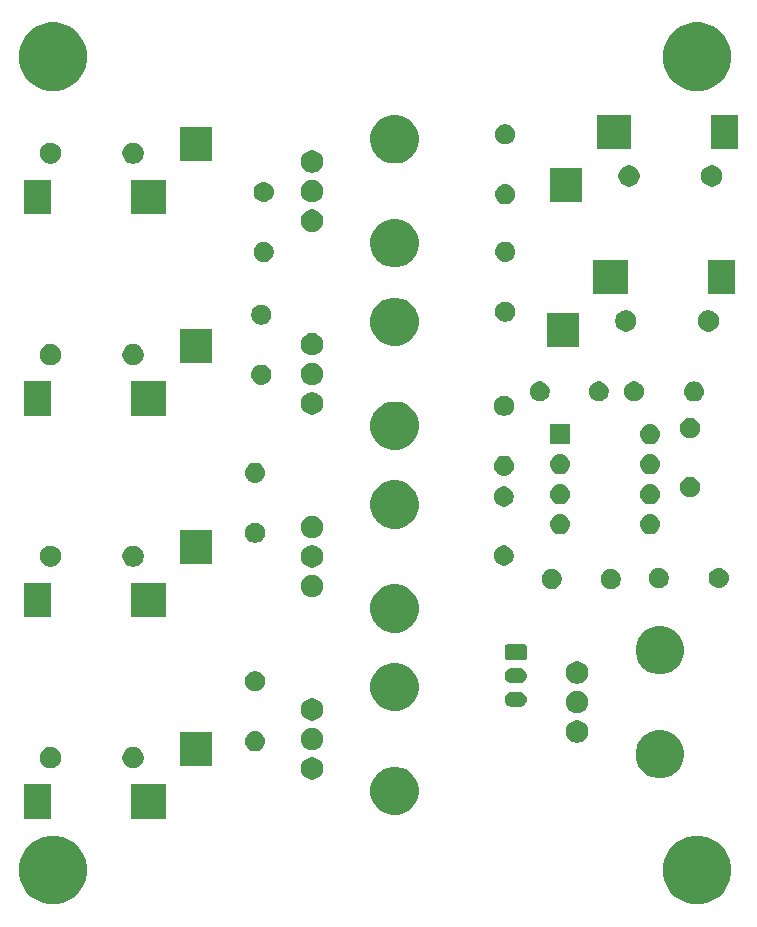
<source format=gbr>
G04 #@! TF.GenerationSoftware,KiCad,Pcbnew,(5.0.1)-rc2*
G04 #@! TF.CreationDate,2019-01-13T23:04:29-05:00*
G04 #@! TF.ProjectId,mixer,6D697865722E6B696361645F70636200,rev?*
G04 #@! TF.SameCoordinates,Original*
G04 #@! TF.FileFunction,Soldermask,Top*
G04 #@! TF.FilePolarity,Negative*
%FSLAX46Y46*%
G04 Gerber Fmt 4.6, Leading zero omitted, Abs format (unit mm)*
G04 Created by KiCad (PCBNEW (5.0.1)-rc2) date 1/13/2019 11:04:29 PM*
%MOMM*%
%LPD*%
G01*
G04 APERTURE LIST*
%ADD10C,0.100000*%
G04 APERTURE END LIST*
D10*
G36*
X156891090Y-107636983D02*
X157419038Y-107855666D01*
X157894183Y-108173148D01*
X158298252Y-108577217D01*
X158615734Y-109052362D01*
X158834417Y-109580310D01*
X158945900Y-110140775D01*
X158945900Y-110712225D01*
X158834417Y-111272690D01*
X158615734Y-111800638D01*
X158298252Y-112275783D01*
X157894183Y-112679852D01*
X157419038Y-112997334D01*
X156891090Y-113216017D01*
X156330625Y-113327500D01*
X155759175Y-113327500D01*
X155198710Y-113216017D01*
X154670762Y-112997334D01*
X154195617Y-112679852D01*
X153791548Y-112275783D01*
X153474066Y-111800638D01*
X153255383Y-111272690D01*
X153143900Y-110712225D01*
X153143900Y-110140775D01*
X153255383Y-109580310D01*
X153474066Y-109052362D01*
X153791548Y-108577217D01*
X154195617Y-108173148D01*
X154670762Y-107855666D01*
X155198710Y-107636983D01*
X155759175Y-107525500D01*
X156330625Y-107525500D01*
X156891090Y-107636983D01*
X156891090Y-107636983D01*
G37*
G36*
X102357290Y-107636983D02*
X102885238Y-107855666D01*
X103360383Y-108173148D01*
X103764452Y-108577217D01*
X104081934Y-109052362D01*
X104300617Y-109580310D01*
X104412100Y-110140775D01*
X104412100Y-110712225D01*
X104300617Y-111272690D01*
X104081934Y-111800638D01*
X103764452Y-112275783D01*
X103360383Y-112679852D01*
X102885238Y-112997334D01*
X102357290Y-113216017D01*
X101796825Y-113327500D01*
X101225375Y-113327500D01*
X100664910Y-113216017D01*
X100136962Y-112997334D01*
X99661817Y-112679852D01*
X99257748Y-112275783D01*
X98940266Y-111800638D01*
X98721583Y-111272690D01*
X98610100Y-110712225D01*
X98610100Y-110140775D01*
X98721583Y-109580310D01*
X98940266Y-109052362D01*
X99257748Y-108577217D01*
X99661817Y-108173148D01*
X100136962Y-107855666D01*
X100664910Y-107636983D01*
X101225375Y-107525500D01*
X101796825Y-107525500D01*
X102357290Y-107636983D01*
X102357290Y-107636983D01*
G37*
G36*
X101355400Y-106065200D02*
X99053400Y-106065200D01*
X99053400Y-103163200D01*
X101355400Y-103163200D01*
X101355400Y-106065200D01*
X101355400Y-106065200D01*
G37*
G36*
X111055400Y-106065200D02*
X108153400Y-106065200D01*
X108153400Y-103163200D01*
X111055400Y-103163200D01*
X111055400Y-106065200D01*
X111055400Y-106065200D01*
G37*
G36*
X131042252Y-101756418D02*
X131042254Y-101756419D01*
X131042255Y-101756419D01*
X131415513Y-101911027D01*
X131707304Y-102105996D01*
X131751439Y-102135486D01*
X132037114Y-102421161D01*
X132037116Y-102421164D01*
X132261573Y-102757087D01*
X132270898Y-102779600D01*
X132416182Y-103130348D01*
X132495000Y-103526593D01*
X132495000Y-103930606D01*
X132416181Y-104326855D01*
X132261573Y-104700113D01*
X132261572Y-104700114D01*
X132037114Y-105036039D01*
X131751439Y-105321714D01*
X131751436Y-105321716D01*
X131415513Y-105546173D01*
X131042255Y-105700781D01*
X131042254Y-105700781D01*
X131042252Y-105700782D01*
X130646007Y-105779600D01*
X130241993Y-105779600D01*
X129845748Y-105700782D01*
X129845746Y-105700781D01*
X129845745Y-105700781D01*
X129472487Y-105546173D01*
X129136564Y-105321716D01*
X129136561Y-105321714D01*
X128850886Y-105036039D01*
X128626428Y-104700114D01*
X128626427Y-104700113D01*
X128471819Y-104326855D01*
X128393000Y-103930606D01*
X128393000Y-103526593D01*
X128471818Y-103130348D01*
X128617102Y-102779600D01*
X128626427Y-102757087D01*
X128850884Y-102421164D01*
X128850886Y-102421161D01*
X129136561Y-102135486D01*
X129180696Y-102105996D01*
X129472487Y-101911027D01*
X129845745Y-101756419D01*
X129845746Y-101756419D01*
X129845748Y-101756418D01*
X130241993Y-101677600D01*
X130646007Y-101677600D01*
X131042252Y-101756418D01*
X131042252Y-101756418D01*
G37*
G36*
X123721396Y-100914146D02*
X123894466Y-100985834D01*
X124050230Y-101089912D01*
X124182688Y-101222370D01*
X124286766Y-101378134D01*
X124358454Y-101551204D01*
X124395000Y-101734933D01*
X124395000Y-101922267D01*
X124358454Y-102105996D01*
X124286766Y-102279066D01*
X124182688Y-102434830D01*
X124050230Y-102567288D01*
X123894466Y-102671366D01*
X123721396Y-102743054D01*
X123537667Y-102779600D01*
X123350333Y-102779600D01*
X123166604Y-102743054D01*
X122993534Y-102671366D01*
X122837770Y-102567288D01*
X122705312Y-102434830D01*
X122601234Y-102279066D01*
X122529546Y-102105996D01*
X122493000Y-101922267D01*
X122493000Y-101734933D01*
X122529546Y-101551204D01*
X122601234Y-101378134D01*
X122705312Y-101222370D01*
X122837770Y-101089912D01*
X122993534Y-100985834D01*
X123166604Y-100914146D01*
X123350333Y-100877600D01*
X123537667Y-100877600D01*
X123721396Y-100914146D01*
X123721396Y-100914146D01*
G37*
G36*
X153495852Y-98632218D02*
X153495854Y-98632219D01*
X153495855Y-98632219D01*
X153869113Y-98786827D01*
X154005762Y-98878133D01*
X154205039Y-99011286D01*
X154490714Y-99296961D01*
X154490716Y-99296964D01*
X154715173Y-99632887D01*
X154802800Y-99844439D01*
X154869782Y-100006148D01*
X154948600Y-100402393D01*
X154948600Y-100806407D01*
X154892208Y-101089910D01*
X154869781Y-101202655D01*
X154715173Y-101575913D01*
X154578422Y-101780575D01*
X154490714Y-101911839D01*
X154205039Y-102197514D01*
X154205036Y-102197516D01*
X153869113Y-102421973D01*
X153495855Y-102576581D01*
X153495854Y-102576581D01*
X153495852Y-102576582D01*
X153099607Y-102655400D01*
X152695593Y-102655400D01*
X152299348Y-102576582D01*
X152299346Y-102576581D01*
X152299345Y-102576581D01*
X151926087Y-102421973D01*
X151590164Y-102197516D01*
X151590161Y-102197514D01*
X151304486Y-101911839D01*
X151216778Y-101780575D01*
X151080027Y-101575913D01*
X150925419Y-101202655D01*
X150902993Y-101089910D01*
X150846600Y-100806407D01*
X150846600Y-100402393D01*
X150925418Y-100006148D01*
X150992400Y-99844439D01*
X151080027Y-99632887D01*
X151304484Y-99296964D01*
X151304486Y-99296961D01*
X151590161Y-99011286D01*
X151789438Y-98878133D01*
X151926087Y-98786827D01*
X152299345Y-98632219D01*
X152299346Y-98632219D01*
X152299348Y-98632218D01*
X152695593Y-98553400D01*
X153099607Y-98553400D01*
X153495852Y-98632218D01*
X153495852Y-98632218D01*
G37*
G36*
X108567212Y-100047824D02*
X108731184Y-100115744D01*
X108878754Y-100214347D01*
X109004253Y-100339846D01*
X109102856Y-100487416D01*
X109170776Y-100651388D01*
X109205400Y-100825459D01*
X109205400Y-101002941D01*
X109170776Y-101177012D01*
X109102856Y-101340984D01*
X109004253Y-101488554D01*
X108878754Y-101614053D01*
X108731184Y-101712656D01*
X108567212Y-101780576D01*
X108393141Y-101815200D01*
X108215659Y-101815200D01*
X108041588Y-101780576D01*
X107877616Y-101712656D01*
X107730046Y-101614053D01*
X107604547Y-101488554D01*
X107505944Y-101340984D01*
X107438024Y-101177012D01*
X107403400Y-101002941D01*
X107403400Y-100825459D01*
X107438024Y-100651388D01*
X107505944Y-100487416D01*
X107604547Y-100339846D01*
X107730046Y-100214347D01*
X107877616Y-100115744D01*
X108041588Y-100047824D01*
X108215659Y-100013200D01*
X108393141Y-100013200D01*
X108567212Y-100047824D01*
X108567212Y-100047824D01*
G37*
G36*
X101567212Y-100047824D02*
X101731184Y-100115744D01*
X101878754Y-100214347D01*
X102004253Y-100339846D01*
X102102856Y-100487416D01*
X102170776Y-100651388D01*
X102205400Y-100825459D01*
X102205400Y-101002941D01*
X102170776Y-101177012D01*
X102102856Y-101340984D01*
X102004253Y-101488554D01*
X101878754Y-101614053D01*
X101731184Y-101712656D01*
X101567212Y-101780576D01*
X101393141Y-101815200D01*
X101215659Y-101815200D01*
X101041588Y-101780576D01*
X100877616Y-101712656D01*
X100730046Y-101614053D01*
X100604547Y-101488554D01*
X100505944Y-101340984D01*
X100438024Y-101177012D01*
X100403400Y-101002941D01*
X100403400Y-100825459D01*
X100438024Y-100651388D01*
X100505944Y-100487416D01*
X100604547Y-100339846D01*
X100730046Y-100214347D01*
X100877616Y-100115744D01*
X101041588Y-100047824D01*
X101215659Y-100013200D01*
X101393141Y-100013200D01*
X101567212Y-100047824D01*
X101567212Y-100047824D01*
G37*
G36*
X114955400Y-101615200D02*
X112253400Y-101615200D01*
X112253400Y-98713200D01*
X114955400Y-98713200D01*
X114955400Y-101615200D01*
X114955400Y-101615200D01*
G37*
G36*
X118784821Y-98678513D02*
X118784824Y-98678514D01*
X118784825Y-98678514D01*
X118945239Y-98727175D01*
X118945241Y-98727176D01*
X118945244Y-98727177D01*
X119093078Y-98806195D01*
X119222659Y-98912541D01*
X119329005Y-99042122D01*
X119408023Y-99189956D01*
X119408024Y-99189959D01*
X119408025Y-99189961D01*
X119444629Y-99310630D01*
X119456687Y-99350379D01*
X119473117Y-99517200D01*
X119456687Y-99684021D01*
X119456686Y-99684024D01*
X119456686Y-99684025D01*
X119427856Y-99779066D01*
X119408023Y-99844444D01*
X119329005Y-99992278D01*
X119222659Y-100121859D01*
X119093078Y-100228205D01*
X118945244Y-100307223D01*
X118945241Y-100307224D01*
X118945239Y-100307225D01*
X118784825Y-100355886D01*
X118784824Y-100355886D01*
X118784821Y-100355887D01*
X118659804Y-100368200D01*
X118576196Y-100368200D01*
X118451179Y-100355887D01*
X118451176Y-100355886D01*
X118451175Y-100355886D01*
X118290761Y-100307225D01*
X118290759Y-100307224D01*
X118290756Y-100307223D01*
X118142922Y-100228205D01*
X118013341Y-100121859D01*
X117906995Y-99992278D01*
X117827977Y-99844444D01*
X117808145Y-99779066D01*
X117779314Y-99684025D01*
X117779314Y-99684024D01*
X117779313Y-99684021D01*
X117762883Y-99517200D01*
X117779313Y-99350379D01*
X117791371Y-99310630D01*
X117827975Y-99189961D01*
X117827976Y-99189959D01*
X117827977Y-99189956D01*
X117906995Y-99042122D01*
X118013341Y-98912541D01*
X118142922Y-98806195D01*
X118290756Y-98727177D01*
X118290759Y-98727176D01*
X118290761Y-98727175D01*
X118451175Y-98678514D01*
X118451176Y-98678514D01*
X118451179Y-98678513D01*
X118576196Y-98666200D01*
X118659804Y-98666200D01*
X118784821Y-98678513D01*
X118784821Y-98678513D01*
G37*
G36*
X123721396Y-98414146D02*
X123894466Y-98485834D01*
X124050230Y-98589912D01*
X124182688Y-98722370D01*
X124286766Y-98878134D01*
X124358454Y-99051204D01*
X124395000Y-99234933D01*
X124395000Y-99422267D01*
X124358454Y-99605996D01*
X124286766Y-99779066D01*
X124182688Y-99934830D01*
X124050230Y-100067288D01*
X123894466Y-100171366D01*
X123721396Y-100243054D01*
X123537667Y-100279600D01*
X123350333Y-100279600D01*
X123166604Y-100243054D01*
X122993534Y-100171366D01*
X122837770Y-100067288D01*
X122705312Y-99934830D01*
X122601234Y-99779066D01*
X122529546Y-99605996D01*
X122493000Y-99422267D01*
X122493000Y-99234933D01*
X122529546Y-99051204D01*
X122601234Y-98878134D01*
X122705312Y-98722370D01*
X122837770Y-98589912D01*
X122993534Y-98485834D01*
X123166604Y-98414146D01*
X123350333Y-98377600D01*
X123537667Y-98377600D01*
X123721396Y-98414146D01*
X123721396Y-98414146D01*
G37*
G36*
X146174996Y-97789946D02*
X146348066Y-97861634D01*
X146503830Y-97965712D01*
X146636288Y-98098170D01*
X146740366Y-98253934D01*
X146812054Y-98427004D01*
X146848600Y-98610733D01*
X146848600Y-98798067D01*
X146812054Y-98981796D01*
X146740366Y-99154866D01*
X146636288Y-99310630D01*
X146503830Y-99443088D01*
X146348066Y-99547166D01*
X146174996Y-99618854D01*
X145991267Y-99655400D01*
X145803933Y-99655400D01*
X145620204Y-99618854D01*
X145447134Y-99547166D01*
X145291370Y-99443088D01*
X145158912Y-99310630D01*
X145054834Y-99154866D01*
X144983146Y-98981796D01*
X144946600Y-98798067D01*
X144946600Y-98610733D01*
X144983146Y-98427004D01*
X145054834Y-98253934D01*
X145158912Y-98098170D01*
X145291370Y-97965712D01*
X145447134Y-97861634D01*
X145620204Y-97789946D01*
X145803933Y-97753400D01*
X145991267Y-97753400D01*
X146174996Y-97789946D01*
X146174996Y-97789946D01*
G37*
G36*
X123721396Y-95914146D02*
X123894466Y-95985834D01*
X124050230Y-96089912D01*
X124182688Y-96222370D01*
X124286766Y-96378134D01*
X124358454Y-96551204D01*
X124395000Y-96734933D01*
X124395000Y-96922267D01*
X124358454Y-97105996D01*
X124286766Y-97279066D01*
X124182688Y-97434830D01*
X124050230Y-97567288D01*
X123894466Y-97671366D01*
X123721396Y-97743054D01*
X123537667Y-97779600D01*
X123350333Y-97779600D01*
X123166604Y-97743054D01*
X122993534Y-97671366D01*
X122837770Y-97567288D01*
X122705312Y-97434830D01*
X122601234Y-97279066D01*
X122529546Y-97105996D01*
X122493000Y-96922267D01*
X122493000Y-96734933D01*
X122529546Y-96551204D01*
X122601234Y-96378134D01*
X122705312Y-96222370D01*
X122837770Y-96089912D01*
X122993534Y-95985834D01*
X123166604Y-95914146D01*
X123350333Y-95877600D01*
X123537667Y-95877600D01*
X123721396Y-95914146D01*
X123721396Y-95914146D01*
G37*
G36*
X146174996Y-95289946D02*
X146348066Y-95361634D01*
X146503830Y-95465712D01*
X146636288Y-95598170D01*
X146740366Y-95753934D01*
X146812054Y-95927004D01*
X146848600Y-96110733D01*
X146848600Y-96298067D01*
X146812054Y-96481796D01*
X146740366Y-96654866D01*
X146636288Y-96810630D01*
X146503830Y-96943088D01*
X146348066Y-97047166D01*
X146174996Y-97118854D01*
X145991267Y-97155400D01*
X145803933Y-97155400D01*
X145620204Y-97118854D01*
X145447134Y-97047166D01*
X145291370Y-96943088D01*
X145158912Y-96810630D01*
X145054834Y-96654866D01*
X144983146Y-96481796D01*
X144946600Y-96298067D01*
X144946600Y-96110733D01*
X144983146Y-95927004D01*
X145054834Y-95753934D01*
X145158912Y-95598170D01*
X145291370Y-95465712D01*
X145447134Y-95361634D01*
X145620204Y-95289946D01*
X145803933Y-95253400D01*
X145991267Y-95253400D01*
X146174996Y-95289946D01*
X146174996Y-95289946D01*
G37*
G36*
X131042252Y-92956418D02*
X131042254Y-92956419D01*
X131042255Y-92956419D01*
X131415513Y-93111027D01*
X131629388Y-93253934D01*
X131751439Y-93335486D01*
X132037114Y-93621161D01*
X132037116Y-93621164D01*
X132261573Y-93957087D01*
X132408015Y-94310630D01*
X132416182Y-94330348D01*
X132495000Y-94726593D01*
X132495000Y-95130607D01*
X132419366Y-95510847D01*
X132416181Y-95526855D01*
X132261573Y-95900113D01*
X132046247Y-96222370D01*
X132037114Y-96236039D01*
X131751439Y-96521714D01*
X131751436Y-96521716D01*
X131415513Y-96746173D01*
X131042255Y-96900781D01*
X131042254Y-96900781D01*
X131042252Y-96900782D01*
X130646007Y-96979600D01*
X130241993Y-96979600D01*
X129845748Y-96900782D01*
X129845746Y-96900781D01*
X129845745Y-96900781D01*
X129472487Y-96746173D01*
X129136564Y-96521716D01*
X129136561Y-96521714D01*
X128850886Y-96236039D01*
X128841753Y-96222370D01*
X128626427Y-95900113D01*
X128471819Y-95526855D01*
X128468635Y-95510847D01*
X128393000Y-95130607D01*
X128393000Y-94726593D01*
X128471818Y-94330348D01*
X128479985Y-94310630D01*
X128626427Y-93957087D01*
X128850884Y-93621164D01*
X128850886Y-93621161D01*
X129136561Y-93335486D01*
X129258612Y-93253934D01*
X129472487Y-93111027D01*
X129845745Y-92956419D01*
X129845746Y-92956419D01*
X129845748Y-92956418D01*
X130241993Y-92877600D01*
X130646007Y-92877600D01*
X131042252Y-92956418D01*
X131042252Y-92956418D01*
G37*
G36*
X141042155Y-95325540D02*
X141105918Y-95331820D01*
X141187727Y-95356637D01*
X141228633Y-95369045D01*
X141328791Y-95422581D01*
X141341726Y-95429495D01*
X141440853Y-95510847D01*
X141522205Y-95609974D01*
X141522206Y-95609976D01*
X141582655Y-95723067D01*
X141582655Y-95723068D01*
X141619880Y-95845782D01*
X141632449Y-95973400D01*
X141619880Y-96101018D01*
X141616932Y-96110735D01*
X141582655Y-96223733D01*
X141576077Y-96236039D01*
X141522205Y-96336826D01*
X141440853Y-96435953D01*
X141341726Y-96517305D01*
X141341724Y-96517306D01*
X141228633Y-96577755D01*
X141187727Y-96590163D01*
X141105918Y-96614980D01*
X141042155Y-96621260D01*
X141010274Y-96624400D01*
X140396326Y-96624400D01*
X140364445Y-96621260D01*
X140300682Y-96614980D01*
X140218873Y-96590163D01*
X140177967Y-96577755D01*
X140064876Y-96517306D01*
X140064874Y-96517305D01*
X139965747Y-96435953D01*
X139884395Y-96336826D01*
X139830523Y-96236039D01*
X139823945Y-96223733D01*
X139789668Y-96110735D01*
X139786720Y-96101018D01*
X139774151Y-95973400D01*
X139786720Y-95845782D01*
X139823945Y-95723068D01*
X139823945Y-95723067D01*
X139884394Y-95609976D01*
X139884395Y-95609974D01*
X139965747Y-95510847D01*
X140064874Y-95429495D01*
X140077809Y-95422581D01*
X140177967Y-95369045D01*
X140218873Y-95356637D01*
X140300682Y-95331820D01*
X140364445Y-95325540D01*
X140396326Y-95322400D01*
X141010274Y-95322400D01*
X141042155Y-95325540D01*
X141042155Y-95325540D01*
G37*
G36*
X118866228Y-93618903D02*
X119021100Y-93683053D01*
X119160481Y-93776185D01*
X119279015Y-93894719D01*
X119372147Y-94034100D01*
X119436297Y-94188972D01*
X119469000Y-94353384D01*
X119469000Y-94521016D01*
X119436297Y-94685428D01*
X119372147Y-94840300D01*
X119279015Y-94979681D01*
X119160481Y-95098215D01*
X119021100Y-95191347D01*
X118866228Y-95255497D01*
X118701816Y-95288200D01*
X118534184Y-95288200D01*
X118369772Y-95255497D01*
X118214900Y-95191347D01*
X118075519Y-95098215D01*
X117956985Y-94979681D01*
X117863853Y-94840300D01*
X117799703Y-94685428D01*
X117767000Y-94521016D01*
X117767000Y-94353384D01*
X117799703Y-94188972D01*
X117863853Y-94034100D01*
X117956985Y-93894719D01*
X118075519Y-93776185D01*
X118214900Y-93683053D01*
X118369772Y-93618903D01*
X118534184Y-93586200D01*
X118701816Y-93586200D01*
X118866228Y-93618903D01*
X118866228Y-93618903D01*
G37*
G36*
X146174996Y-92789946D02*
X146348066Y-92861634D01*
X146503830Y-92965712D01*
X146636288Y-93098170D01*
X146740366Y-93253934D01*
X146812054Y-93427004D01*
X146848600Y-93610733D01*
X146848600Y-93798067D01*
X146812054Y-93981796D01*
X146740366Y-94154866D01*
X146636288Y-94310630D01*
X146503830Y-94443088D01*
X146348066Y-94547166D01*
X146174996Y-94618854D01*
X145991267Y-94655400D01*
X145803933Y-94655400D01*
X145620204Y-94618854D01*
X145447134Y-94547166D01*
X145291370Y-94443088D01*
X145158912Y-94310630D01*
X145054834Y-94154866D01*
X144983146Y-93981796D01*
X144946600Y-93798067D01*
X144946600Y-93610733D01*
X144983146Y-93427004D01*
X145054834Y-93253934D01*
X145158912Y-93098170D01*
X145291370Y-92965712D01*
X145447134Y-92861634D01*
X145620204Y-92789946D01*
X145803933Y-92753400D01*
X145991267Y-92753400D01*
X146174996Y-92789946D01*
X146174996Y-92789946D01*
G37*
G36*
X141042155Y-93325540D02*
X141105918Y-93331820D01*
X141187727Y-93356637D01*
X141228633Y-93369045D01*
X141328791Y-93422581D01*
X141341726Y-93429495D01*
X141440853Y-93510847D01*
X141522205Y-93609974D01*
X141522206Y-93609976D01*
X141582655Y-93723067D01*
X141582655Y-93723068D01*
X141619880Y-93845782D01*
X141632449Y-93973400D01*
X141619880Y-94101018D01*
X141603545Y-94154866D01*
X141582655Y-94223733D01*
X141536209Y-94310627D01*
X141522205Y-94336826D01*
X141440853Y-94435953D01*
X141341726Y-94517305D01*
X141341724Y-94517306D01*
X141228633Y-94577755D01*
X141187727Y-94590163D01*
X141105918Y-94614980D01*
X141042155Y-94621260D01*
X141010274Y-94624400D01*
X140396326Y-94624400D01*
X140364445Y-94621260D01*
X140300682Y-94614980D01*
X140218873Y-94590163D01*
X140177967Y-94577755D01*
X140064876Y-94517306D01*
X140064874Y-94517305D01*
X139965747Y-94435953D01*
X139884395Y-94336826D01*
X139870391Y-94310627D01*
X139823945Y-94223733D01*
X139803055Y-94154866D01*
X139786720Y-94101018D01*
X139774151Y-93973400D01*
X139786720Y-93845782D01*
X139823945Y-93723068D01*
X139823945Y-93723067D01*
X139884394Y-93609976D01*
X139884395Y-93609974D01*
X139965747Y-93510847D01*
X140064874Y-93429495D01*
X140077809Y-93422581D01*
X140177967Y-93369045D01*
X140218873Y-93356637D01*
X140300682Y-93331820D01*
X140364445Y-93325540D01*
X140396326Y-93322400D01*
X141010274Y-93322400D01*
X141042155Y-93325540D01*
X141042155Y-93325540D01*
G37*
G36*
X153495852Y-89832218D02*
X153495854Y-89832219D01*
X153495855Y-89832219D01*
X153869113Y-89986827D01*
X153869114Y-89986828D01*
X154205039Y-90211286D01*
X154490714Y-90496961D01*
X154490716Y-90496964D01*
X154715173Y-90832887D01*
X154869781Y-91206145D01*
X154869782Y-91206148D01*
X154946861Y-91593649D01*
X154948600Y-91602394D01*
X154948600Y-92006406D01*
X154869781Y-92402655D01*
X154715173Y-92775913D01*
X154588354Y-92965710D01*
X154490714Y-93111839D01*
X154205039Y-93397514D01*
X154205036Y-93397516D01*
X153869113Y-93621973D01*
X153495855Y-93776581D01*
X153495854Y-93776581D01*
X153495852Y-93776582D01*
X153099607Y-93855400D01*
X152695593Y-93855400D01*
X152299348Y-93776582D01*
X152299346Y-93776581D01*
X152299345Y-93776581D01*
X151926087Y-93621973D01*
X151590164Y-93397516D01*
X151590161Y-93397514D01*
X151304486Y-93111839D01*
X151206846Y-92965710D01*
X151080027Y-92775913D01*
X150925419Y-92402655D01*
X150846600Y-92006406D01*
X150846600Y-91602394D01*
X150848339Y-91593649D01*
X150925418Y-91206148D01*
X150925419Y-91206145D01*
X151080027Y-90832887D01*
X151304484Y-90496964D01*
X151304486Y-90496961D01*
X151590161Y-90211286D01*
X151926086Y-89986828D01*
X151926087Y-89986827D01*
X152299345Y-89832219D01*
X152299346Y-89832219D01*
X152299348Y-89832218D01*
X152695593Y-89753400D01*
X153099607Y-89753400D01*
X153495852Y-89832218D01*
X153495852Y-89832218D01*
G37*
G36*
X141469542Y-91326804D02*
X141506639Y-91338057D01*
X141540820Y-91356327D01*
X141570782Y-91380918D01*
X141595373Y-91410880D01*
X141613643Y-91445061D01*
X141624896Y-91482158D01*
X141629300Y-91526873D01*
X141629300Y-92419927D01*
X141624896Y-92464642D01*
X141613643Y-92501739D01*
X141595373Y-92535920D01*
X141570782Y-92565882D01*
X141540820Y-92590473D01*
X141506639Y-92608743D01*
X141469542Y-92619996D01*
X141424827Y-92624400D01*
X139981773Y-92624400D01*
X139937058Y-92619996D01*
X139899961Y-92608743D01*
X139865780Y-92590473D01*
X139835818Y-92565882D01*
X139811227Y-92535920D01*
X139792957Y-92501739D01*
X139781704Y-92464642D01*
X139777300Y-92419927D01*
X139777300Y-91526873D01*
X139781704Y-91482158D01*
X139792957Y-91445061D01*
X139811227Y-91410880D01*
X139835818Y-91380918D01*
X139865780Y-91356327D01*
X139899961Y-91338057D01*
X139937058Y-91326804D01*
X139981773Y-91322400D01*
X141424827Y-91322400D01*
X141469542Y-91326804D01*
X141469542Y-91326804D01*
G37*
G36*
X131042252Y-86296284D02*
X131042254Y-86296285D01*
X131042255Y-86296285D01*
X131415513Y-86450893D01*
X131678776Y-86626800D01*
X131751439Y-86675352D01*
X132037114Y-86961027D01*
X132037116Y-86961030D01*
X132261573Y-87296953D01*
X132416181Y-87670211D01*
X132495000Y-88066460D01*
X132495000Y-88470472D01*
X132416181Y-88866721D01*
X132261573Y-89239979D01*
X132261572Y-89239980D01*
X132037114Y-89575905D01*
X131751439Y-89861580D01*
X131751436Y-89861582D01*
X131415513Y-90086039D01*
X131042255Y-90240647D01*
X131042254Y-90240647D01*
X131042252Y-90240648D01*
X130646007Y-90319466D01*
X130241993Y-90319466D01*
X129845748Y-90240648D01*
X129845746Y-90240647D01*
X129845745Y-90240647D01*
X129472487Y-90086039D01*
X129136564Y-89861582D01*
X129136561Y-89861580D01*
X128850886Y-89575905D01*
X128626428Y-89239980D01*
X128626427Y-89239979D01*
X128471819Y-88866721D01*
X128393000Y-88470472D01*
X128393000Y-88066460D01*
X128471819Y-87670211D01*
X128626427Y-87296953D01*
X128850884Y-86961030D01*
X128850886Y-86961027D01*
X129136561Y-86675352D01*
X129209224Y-86626800D01*
X129472487Y-86450893D01*
X129845745Y-86296285D01*
X129845746Y-86296285D01*
X129845748Y-86296284D01*
X130241993Y-86217466D01*
X130646007Y-86217466D01*
X131042252Y-86296284D01*
X131042252Y-86296284D01*
G37*
G36*
X111055400Y-89004866D02*
X108153400Y-89004866D01*
X108153400Y-86102866D01*
X111055400Y-86102866D01*
X111055400Y-89004866D01*
X111055400Y-89004866D01*
G37*
G36*
X101355400Y-89004866D02*
X99053400Y-89004866D01*
X99053400Y-86102866D01*
X101355400Y-86102866D01*
X101355400Y-89004866D01*
X101355400Y-89004866D01*
G37*
G36*
X123721396Y-85454012D02*
X123894466Y-85525700D01*
X124050230Y-85629778D01*
X124182688Y-85762236D01*
X124286766Y-85918000D01*
X124358454Y-86091070D01*
X124395000Y-86274799D01*
X124395000Y-86462133D01*
X124358454Y-86645862D01*
X124286766Y-86818932D01*
X124182688Y-86974696D01*
X124050230Y-87107154D01*
X123894466Y-87211232D01*
X123721396Y-87282920D01*
X123537667Y-87319466D01*
X123350333Y-87319466D01*
X123166604Y-87282920D01*
X122993534Y-87211232D01*
X122837770Y-87107154D01*
X122705312Y-86974696D01*
X122601234Y-86818932D01*
X122529546Y-86645862D01*
X122493000Y-86462133D01*
X122493000Y-86274799D01*
X122529546Y-86091070D01*
X122601234Y-85918000D01*
X122705312Y-85762236D01*
X122837770Y-85629778D01*
X122993534Y-85525700D01*
X123166604Y-85454012D01*
X123350333Y-85417466D01*
X123537667Y-85417466D01*
X123721396Y-85454012D01*
X123721396Y-85454012D01*
G37*
G36*
X148990628Y-84957503D02*
X149145500Y-85021653D01*
X149284881Y-85114785D01*
X149403415Y-85233319D01*
X149496547Y-85372700D01*
X149560697Y-85527572D01*
X149593400Y-85691984D01*
X149593400Y-85859616D01*
X149560697Y-86024028D01*
X149496547Y-86178900D01*
X149403415Y-86318281D01*
X149284881Y-86436815D01*
X149145500Y-86529947D01*
X148990628Y-86594097D01*
X148826216Y-86626800D01*
X148658584Y-86626800D01*
X148494172Y-86594097D01*
X148339300Y-86529947D01*
X148199919Y-86436815D01*
X148081385Y-86318281D01*
X147988253Y-86178900D01*
X147924103Y-86024028D01*
X147891400Y-85859616D01*
X147891400Y-85691984D01*
X147924103Y-85527572D01*
X147988253Y-85372700D01*
X148081385Y-85233319D01*
X148199919Y-85114785D01*
X148339300Y-85021653D01*
X148494172Y-84957503D01*
X148658584Y-84924800D01*
X148826216Y-84924800D01*
X148990628Y-84957503D01*
X148990628Y-84957503D01*
G37*
G36*
X143990628Y-84957503D02*
X144145500Y-85021653D01*
X144284881Y-85114785D01*
X144403415Y-85233319D01*
X144496547Y-85372700D01*
X144560697Y-85527572D01*
X144593400Y-85691984D01*
X144593400Y-85859616D01*
X144560697Y-86024028D01*
X144496547Y-86178900D01*
X144403415Y-86318281D01*
X144284881Y-86436815D01*
X144145500Y-86529947D01*
X143990628Y-86594097D01*
X143826216Y-86626800D01*
X143658584Y-86626800D01*
X143494172Y-86594097D01*
X143339300Y-86529947D01*
X143199919Y-86436815D01*
X143081385Y-86318281D01*
X142988253Y-86178900D01*
X142924103Y-86024028D01*
X142891400Y-85859616D01*
X142891400Y-85691984D01*
X142924103Y-85527572D01*
X142988253Y-85372700D01*
X143081385Y-85233319D01*
X143199919Y-85114785D01*
X143339300Y-85021653D01*
X143494172Y-84957503D01*
X143658584Y-84924800D01*
X143826216Y-84924800D01*
X143990628Y-84957503D01*
X143990628Y-84957503D01*
G37*
G36*
X158053221Y-84860913D02*
X158053224Y-84860914D01*
X158053225Y-84860914D01*
X158213639Y-84909575D01*
X158213641Y-84909576D01*
X158213644Y-84909577D01*
X158361478Y-84988595D01*
X158491059Y-85094941D01*
X158597405Y-85224522D01*
X158676423Y-85372356D01*
X158676424Y-85372359D01*
X158676425Y-85372361D01*
X158725086Y-85532775D01*
X158725087Y-85532779D01*
X158741517Y-85699600D01*
X158725087Y-85866421D01*
X158725086Y-85866424D01*
X158725086Y-85866425D01*
X158677278Y-86024028D01*
X158676423Y-86026844D01*
X158597405Y-86174678D01*
X158491059Y-86304259D01*
X158361478Y-86410605D01*
X158213644Y-86489623D01*
X158213641Y-86489624D01*
X158213639Y-86489625D01*
X158053225Y-86538286D01*
X158053224Y-86538286D01*
X158053221Y-86538287D01*
X157928204Y-86550600D01*
X157844596Y-86550600D01*
X157719579Y-86538287D01*
X157719576Y-86538286D01*
X157719575Y-86538286D01*
X157559161Y-86489625D01*
X157559159Y-86489624D01*
X157559156Y-86489623D01*
X157411322Y-86410605D01*
X157281741Y-86304259D01*
X157175395Y-86174678D01*
X157096377Y-86026844D01*
X157095523Y-86024028D01*
X157047714Y-85866425D01*
X157047714Y-85866424D01*
X157047713Y-85866421D01*
X157031283Y-85699600D01*
X157047713Y-85532779D01*
X157047714Y-85532775D01*
X157096375Y-85372361D01*
X157096376Y-85372359D01*
X157096377Y-85372356D01*
X157175395Y-85224522D01*
X157281741Y-85094941D01*
X157411322Y-84988595D01*
X157559156Y-84909577D01*
X157559159Y-84909576D01*
X157559161Y-84909575D01*
X157719575Y-84860914D01*
X157719576Y-84860914D01*
X157719579Y-84860913D01*
X157844596Y-84848600D01*
X157928204Y-84848600D01*
X158053221Y-84860913D01*
X158053221Y-84860913D01*
G37*
G36*
X153054628Y-84881303D02*
X153209500Y-84945453D01*
X153348881Y-85038585D01*
X153467415Y-85157119D01*
X153560547Y-85296500D01*
X153624697Y-85451372D01*
X153657400Y-85615784D01*
X153657400Y-85783416D01*
X153624697Y-85947828D01*
X153560547Y-86102700D01*
X153467415Y-86242081D01*
X153348881Y-86360615D01*
X153209500Y-86453747D01*
X153054628Y-86517897D01*
X152890216Y-86550600D01*
X152722584Y-86550600D01*
X152558172Y-86517897D01*
X152403300Y-86453747D01*
X152263919Y-86360615D01*
X152145385Y-86242081D01*
X152052253Y-86102700D01*
X151988103Y-85947828D01*
X151955400Y-85783416D01*
X151955400Y-85615784D01*
X151988103Y-85451372D01*
X152052253Y-85296500D01*
X152145385Y-85157119D01*
X152263919Y-85038585D01*
X152403300Y-84945453D01*
X152558172Y-84881303D01*
X152722584Y-84848600D01*
X152890216Y-84848600D01*
X153054628Y-84881303D01*
X153054628Y-84881303D01*
G37*
G36*
X123721396Y-82954012D02*
X123894466Y-83025700D01*
X124050230Y-83129778D01*
X124182688Y-83262236D01*
X124286766Y-83418000D01*
X124358454Y-83591070D01*
X124395000Y-83774799D01*
X124395000Y-83962133D01*
X124358454Y-84145862D01*
X124286766Y-84318932D01*
X124182688Y-84474696D01*
X124050230Y-84607154D01*
X123894466Y-84711232D01*
X123721396Y-84782920D01*
X123537667Y-84819466D01*
X123350333Y-84819466D01*
X123166604Y-84782920D01*
X122993534Y-84711232D01*
X122837770Y-84607154D01*
X122705312Y-84474696D01*
X122601234Y-84318932D01*
X122529546Y-84145862D01*
X122493000Y-83962133D01*
X122493000Y-83774799D01*
X122529546Y-83591070D01*
X122601234Y-83418000D01*
X122705312Y-83262236D01*
X122837770Y-83129778D01*
X122993534Y-83025700D01*
X123166604Y-82954012D01*
X123350333Y-82917466D01*
X123537667Y-82917466D01*
X123721396Y-82954012D01*
X123721396Y-82954012D01*
G37*
G36*
X108567212Y-82987490D02*
X108731184Y-83055410D01*
X108878754Y-83154013D01*
X109004253Y-83279512D01*
X109102856Y-83427082D01*
X109170776Y-83591054D01*
X109205400Y-83765125D01*
X109205400Y-83942607D01*
X109170776Y-84116678D01*
X109102856Y-84280650D01*
X109004253Y-84428220D01*
X108878754Y-84553719D01*
X108731184Y-84652322D01*
X108567212Y-84720242D01*
X108393141Y-84754866D01*
X108215659Y-84754866D01*
X108041588Y-84720242D01*
X107877616Y-84652322D01*
X107730046Y-84553719D01*
X107604547Y-84428220D01*
X107505944Y-84280650D01*
X107438024Y-84116678D01*
X107403400Y-83942607D01*
X107403400Y-83765125D01*
X107438024Y-83591054D01*
X107505944Y-83427082D01*
X107604547Y-83279512D01*
X107730046Y-83154013D01*
X107877616Y-83055410D01*
X108041588Y-82987490D01*
X108215659Y-82952866D01*
X108393141Y-82952866D01*
X108567212Y-82987490D01*
X108567212Y-82987490D01*
G37*
G36*
X101567212Y-82987490D02*
X101731184Y-83055410D01*
X101878754Y-83154013D01*
X102004253Y-83279512D01*
X102102856Y-83427082D01*
X102170776Y-83591054D01*
X102205400Y-83765125D01*
X102205400Y-83942607D01*
X102170776Y-84116678D01*
X102102856Y-84280650D01*
X102004253Y-84428220D01*
X101878754Y-84553719D01*
X101731184Y-84652322D01*
X101567212Y-84720242D01*
X101393141Y-84754866D01*
X101215659Y-84754866D01*
X101041588Y-84720242D01*
X100877616Y-84652322D01*
X100730046Y-84553719D01*
X100604547Y-84428220D01*
X100505944Y-84280650D01*
X100438024Y-84116678D01*
X100403400Y-83942607D01*
X100403400Y-83765125D01*
X100438024Y-83591054D01*
X100505944Y-83427082D01*
X100604547Y-83279512D01*
X100730046Y-83154013D01*
X100877616Y-83055410D01*
X101041588Y-82987490D01*
X101215659Y-82952866D01*
X101393141Y-82952866D01*
X101567212Y-82987490D01*
X101567212Y-82987490D01*
G37*
G36*
X139922828Y-82976303D02*
X140077700Y-83040453D01*
X140217081Y-83133585D01*
X140335615Y-83252119D01*
X140428747Y-83391500D01*
X140492897Y-83546372D01*
X140525600Y-83710784D01*
X140525600Y-83878416D01*
X140492897Y-84042828D01*
X140428747Y-84197700D01*
X140335615Y-84337081D01*
X140217081Y-84455615D01*
X140077700Y-84548747D01*
X139922828Y-84612897D01*
X139758416Y-84645600D01*
X139590784Y-84645600D01*
X139426372Y-84612897D01*
X139271500Y-84548747D01*
X139132119Y-84455615D01*
X139013585Y-84337081D01*
X138920453Y-84197700D01*
X138856303Y-84042828D01*
X138823600Y-83878416D01*
X138823600Y-83710784D01*
X138856303Y-83546372D01*
X138920453Y-83391500D01*
X139013585Y-83252119D01*
X139132119Y-83133585D01*
X139271500Y-83040453D01*
X139426372Y-82976303D01*
X139590784Y-82943600D01*
X139758416Y-82943600D01*
X139922828Y-82976303D01*
X139922828Y-82976303D01*
G37*
G36*
X114955400Y-84554866D02*
X112253400Y-84554866D01*
X112253400Y-81652866D01*
X114955400Y-81652866D01*
X114955400Y-84554866D01*
X114955400Y-84554866D01*
G37*
G36*
X118866228Y-81045903D02*
X119021100Y-81110053D01*
X119160481Y-81203185D01*
X119279015Y-81321719D01*
X119372147Y-81461100D01*
X119436297Y-81615972D01*
X119469000Y-81780384D01*
X119469000Y-81948016D01*
X119436297Y-82112428D01*
X119372147Y-82267300D01*
X119279015Y-82406681D01*
X119160481Y-82525215D01*
X119021100Y-82618347D01*
X118866228Y-82682497D01*
X118701816Y-82715200D01*
X118534184Y-82715200D01*
X118369772Y-82682497D01*
X118214900Y-82618347D01*
X118075519Y-82525215D01*
X117956985Y-82406681D01*
X117863853Y-82267300D01*
X117799703Y-82112428D01*
X117767000Y-81948016D01*
X117767000Y-81780384D01*
X117799703Y-81615972D01*
X117863853Y-81461100D01*
X117956985Y-81321719D01*
X118075519Y-81203185D01*
X118214900Y-81110053D01*
X118369772Y-81045903D01*
X118534184Y-81013200D01*
X118701816Y-81013200D01*
X118866228Y-81045903D01*
X118866228Y-81045903D01*
G37*
G36*
X123721396Y-80454012D02*
X123894466Y-80525700D01*
X124050230Y-80629778D01*
X124182688Y-80762236D01*
X124286766Y-80918000D01*
X124358454Y-81091070D01*
X124395000Y-81274799D01*
X124395000Y-81462133D01*
X124358454Y-81645862D01*
X124286766Y-81818932D01*
X124182688Y-81974696D01*
X124050230Y-82107154D01*
X123894466Y-82211232D01*
X123721396Y-82282920D01*
X123537667Y-82319466D01*
X123350333Y-82319466D01*
X123166604Y-82282920D01*
X122993534Y-82211232D01*
X122837770Y-82107154D01*
X122705312Y-81974696D01*
X122601234Y-81818932D01*
X122529546Y-81645862D01*
X122493000Y-81462133D01*
X122493000Y-81274799D01*
X122529546Y-81091070D01*
X122601234Y-80918000D01*
X122705312Y-80762236D01*
X122837770Y-80629778D01*
X122993534Y-80525700D01*
X123166604Y-80454012D01*
X123350333Y-80417466D01*
X123537667Y-80417466D01*
X123721396Y-80454012D01*
X123721396Y-80454012D01*
G37*
G36*
X152236621Y-80314313D02*
X152236624Y-80314314D01*
X152236625Y-80314314D01*
X152397039Y-80362975D01*
X152397041Y-80362976D01*
X152397044Y-80362977D01*
X152544878Y-80441995D01*
X152674459Y-80548341D01*
X152780805Y-80677922D01*
X152859823Y-80825756D01*
X152908487Y-80986179D01*
X152924917Y-81153000D01*
X152908487Y-81319821D01*
X152908486Y-81319824D01*
X152908486Y-81319825D01*
X152865631Y-81461100D01*
X152859823Y-81480244D01*
X152780805Y-81628078D01*
X152674459Y-81757659D01*
X152544878Y-81864005D01*
X152397044Y-81943023D01*
X152397041Y-81943024D01*
X152397039Y-81943025D01*
X152236625Y-81991686D01*
X152236624Y-81991686D01*
X152236621Y-81991687D01*
X152111604Y-82004000D01*
X152027996Y-82004000D01*
X151902979Y-81991687D01*
X151902976Y-81991686D01*
X151902975Y-81991686D01*
X151742561Y-81943025D01*
X151742559Y-81943024D01*
X151742556Y-81943023D01*
X151594722Y-81864005D01*
X151465141Y-81757659D01*
X151358795Y-81628078D01*
X151279777Y-81480244D01*
X151273970Y-81461100D01*
X151231114Y-81319825D01*
X151231114Y-81319824D01*
X151231113Y-81319821D01*
X151214683Y-81153000D01*
X151231113Y-80986179D01*
X151279777Y-80825756D01*
X151358795Y-80677922D01*
X151465141Y-80548341D01*
X151594722Y-80441995D01*
X151742556Y-80362977D01*
X151742559Y-80362976D01*
X151742561Y-80362975D01*
X151902975Y-80314314D01*
X151902976Y-80314314D01*
X151902979Y-80314313D01*
X152027996Y-80302000D01*
X152111604Y-80302000D01*
X152236621Y-80314313D01*
X152236621Y-80314313D01*
G37*
G36*
X144616621Y-80314313D02*
X144616624Y-80314314D01*
X144616625Y-80314314D01*
X144777039Y-80362975D01*
X144777041Y-80362976D01*
X144777044Y-80362977D01*
X144924878Y-80441995D01*
X145054459Y-80548341D01*
X145160805Y-80677922D01*
X145239823Y-80825756D01*
X145288487Y-80986179D01*
X145304917Y-81153000D01*
X145288487Y-81319821D01*
X145288486Y-81319824D01*
X145288486Y-81319825D01*
X145245631Y-81461100D01*
X145239823Y-81480244D01*
X145160805Y-81628078D01*
X145054459Y-81757659D01*
X144924878Y-81864005D01*
X144777044Y-81943023D01*
X144777041Y-81943024D01*
X144777039Y-81943025D01*
X144616625Y-81991686D01*
X144616624Y-81991686D01*
X144616621Y-81991687D01*
X144491604Y-82004000D01*
X144407996Y-82004000D01*
X144282979Y-81991687D01*
X144282976Y-81991686D01*
X144282975Y-81991686D01*
X144122561Y-81943025D01*
X144122559Y-81943024D01*
X144122556Y-81943023D01*
X143974722Y-81864005D01*
X143845141Y-81757659D01*
X143738795Y-81628078D01*
X143659777Y-81480244D01*
X143653970Y-81461100D01*
X143611114Y-81319825D01*
X143611114Y-81319824D01*
X143611113Y-81319821D01*
X143594683Y-81153000D01*
X143611113Y-80986179D01*
X143659777Y-80825756D01*
X143738795Y-80677922D01*
X143845141Y-80548341D01*
X143974722Y-80441995D01*
X144122556Y-80362977D01*
X144122559Y-80362976D01*
X144122561Y-80362975D01*
X144282975Y-80314314D01*
X144282976Y-80314314D01*
X144282979Y-80314313D01*
X144407996Y-80302000D01*
X144491604Y-80302000D01*
X144616621Y-80314313D01*
X144616621Y-80314313D01*
G37*
G36*
X131042252Y-77496284D02*
X131042254Y-77496285D01*
X131042255Y-77496285D01*
X131415513Y-77650893D01*
X131415514Y-77650894D01*
X131751439Y-77875352D01*
X132037114Y-78161027D01*
X132037116Y-78161030D01*
X132261573Y-78496953D01*
X132367940Y-78753747D01*
X132416182Y-78870214D01*
X132450517Y-79042828D01*
X132495000Y-79266460D01*
X132495000Y-79670472D01*
X132416181Y-80066721D01*
X132261573Y-80439979D01*
X132134754Y-80629776D01*
X132037114Y-80775905D01*
X131751439Y-81061580D01*
X131751436Y-81061582D01*
X131415513Y-81286039D01*
X131042255Y-81440647D01*
X131042254Y-81440647D01*
X131042252Y-81440648D01*
X130646007Y-81519466D01*
X130241993Y-81519466D01*
X129845748Y-81440648D01*
X129845746Y-81440647D01*
X129845745Y-81440647D01*
X129472487Y-81286039D01*
X129136564Y-81061582D01*
X129136561Y-81061580D01*
X128850886Y-80775905D01*
X128753246Y-80629776D01*
X128626427Y-80439979D01*
X128471819Y-80066721D01*
X128393000Y-79670472D01*
X128393000Y-79266460D01*
X128437483Y-79042828D01*
X128471818Y-78870214D01*
X128520060Y-78753747D01*
X128626427Y-78496953D01*
X128850884Y-78161030D01*
X128850886Y-78161027D01*
X129136561Y-77875352D01*
X129472486Y-77650894D01*
X129472487Y-77650893D01*
X129845745Y-77496285D01*
X129845746Y-77496285D01*
X129845748Y-77496284D01*
X130241993Y-77417466D01*
X130646007Y-77417466D01*
X131042252Y-77496284D01*
X131042252Y-77496284D01*
G37*
G36*
X139922828Y-77976303D02*
X140077700Y-78040453D01*
X140217081Y-78133585D01*
X140335615Y-78252119D01*
X140428747Y-78391500D01*
X140492897Y-78546372D01*
X140525600Y-78710784D01*
X140525600Y-78878416D01*
X140492897Y-79042828D01*
X140428747Y-79197700D01*
X140335615Y-79337081D01*
X140217081Y-79455615D01*
X140077700Y-79548747D01*
X139922828Y-79612897D01*
X139758416Y-79645600D01*
X139590784Y-79645600D01*
X139426372Y-79612897D01*
X139271500Y-79548747D01*
X139132119Y-79455615D01*
X139013585Y-79337081D01*
X138920453Y-79197700D01*
X138856303Y-79042828D01*
X138823600Y-78878416D01*
X138823600Y-78710784D01*
X138856303Y-78546372D01*
X138920453Y-78391500D01*
X139013585Y-78252119D01*
X139132119Y-78133585D01*
X139271500Y-78040453D01*
X139426372Y-77976303D01*
X139590784Y-77943600D01*
X139758416Y-77943600D01*
X139922828Y-77976303D01*
X139922828Y-77976303D01*
G37*
G36*
X144616621Y-77774313D02*
X144616624Y-77774314D01*
X144616625Y-77774314D01*
X144777039Y-77822975D01*
X144777041Y-77822976D01*
X144777044Y-77822977D01*
X144924878Y-77901995D01*
X145054459Y-78008341D01*
X145160805Y-78137922D01*
X145239823Y-78285756D01*
X145239824Y-78285759D01*
X145239825Y-78285761D01*
X145275298Y-78402700D01*
X145288487Y-78446179D01*
X145304917Y-78613000D01*
X145288487Y-78779821D01*
X145288486Y-78779824D01*
X145288486Y-78779825D01*
X145258579Y-78878416D01*
X145239823Y-78940244D01*
X145160805Y-79088078D01*
X145054459Y-79217659D01*
X144924878Y-79324005D01*
X144777044Y-79403023D01*
X144777041Y-79403024D01*
X144777039Y-79403025D01*
X144616625Y-79451686D01*
X144616624Y-79451686D01*
X144616621Y-79451687D01*
X144491604Y-79464000D01*
X144407996Y-79464000D01*
X144282979Y-79451687D01*
X144282976Y-79451686D01*
X144282975Y-79451686D01*
X144122561Y-79403025D01*
X144122559Y-79403024D01*
X144122556Y-79403023D01*
X143974722Y-79324005D01*
X143845141Y-79217659D01*
X143738795Y-79088078D01*
X143659777Y-78940244D01*
X143641022Y-78878416D01*
X143611114Y-78779825D01*
X143611114Y-78779824D01*
X143611113Y-78779821D01*
X143594683Y-78613000D01*
X143611113Y-78446179D01*
X143624302Y-78402700D01*
X143659775Y-78285761D01*
X143659776Y-78285759D01*
X143659777Y-78285756D01*
X143738795Y-78137922D01*
X143845141Y-78008341D01*
X143974722Y-77901995D01*
X144122556Y-77822977D01*
X144122559Y-77822976D01*
X144122561Y-77822975D01*
X144282975Y-77774314D01*
X144282976Y-77774314D01*
X144282979Y-77774313D01*
X144407996Y-77762000D01*
X144491604Y-77762000D01*
X144616621Y-77774313D01*
X144616621Y-77774313D01*
G37*
G36*
X152236621Y-77774313D02*
X152236624Y-77774314D01*
X152236625Y-77774314D01*
X152397039Y-77822975D01*
X152397041Y-77822976D01*
X152397044Y-77822977D01*
X152544878Y-77901995D01*
X152674459Y-78008341D01*
X152780805Y-78137922D01*
X152859823Y-78285756D01*
X152859824Y-78285759D01*
X152859825Y-78285761D01*
X152895298Y-78402700D01*
X152908487Y-78446179D01*
X152924917Y-78613000D01*
X152908487Y-78779821D01*
X152908486Y-78779824D01*
X152908486Y-78779825D01*
X152878579Y-78878416D01*
X152859823Y-78940244D01*
X152780805Y-79088078D01*
X152674459Y-79217659D01*
X152544878Y-79324005D01*
X152397044Y-79403023D01*
X152397041Y-79403024D01*
X152397039Y-79403025D01*
X152236625Y-79451686D01*
X152236624Y-79451686D01*
X152236621Y-79451687D01*
X152111604Y-79464000D01*
X152027996Y-79464000D01*
X151902979Y-79451687D01*
X151902976Y-79451686D01*
X151902975Y-79451686D01*
X151742561Y-79403025D01*
X151742559Y-79403024D01*
X151742556Y-79403023D01*
X151594722Y-79324005D01*
X151465141Y-79217659D01*
X151358795Y-79088078D01*
X151279777Y-78940244D01*
X151261022Y-78878416D01*
X151231114Y-78779825D01*
X151231114Y-78779824D01*
X151231113Y-78779821D01*
X151214683Y-78613000D01*
X151231113Y-78446179D01*
X151244302Y-78402700D01*
X151279775Y-78285761D01*
X151279776Y-78285759D01*
X151279777Y-78285756D01*
X151358795Y-78137922D01*
X151465141Y-78008341D01*
X151594722Y-77901995D01*
X151742556Y-77822977D01*
X151742559Y-77822976D01*
X151742561Y-77822975D01*
X151902975Y-77774314D01*
X151902976Y-77774314D01*
X151902979Y-77774313D01*
X152027996Y-77762000D01*
X152111604Y-77762000D01*
X152236621Y-77774313D01*
X152236621Y-77774313D01*
G37*
G36*
X155696228Y-77181303D02*
X155851100Y-77245453D01*
X155990481Y-77338585D01*
X156109015Y-77457119D01*
X156202147Y-77596500D01*
X156266297Y-77751372D01*
X156299000Y-77915784D01*
X156299000Y-78083416D01*
X156266297Y-78247828D01*
X156202147Y-78402700D01*
X156109015Y-78542081D01*
X155990481Y-78660615D01*
X155851100Y-78753747D01*
X155696228Y-78817897D01*
X155531816Y-78850600D01*
X155364184Y-78850600D01*
X155199772Y-78817897D01*
X155044900Y-78753747D01*
X154905519Y-78660615D01*
X154786985Y-78542081D01*
X154693853Y-78402700D01*
X154629703Y-78247828D01*
X154597000Y-78083416D01*
X154597000Y-77915784D01*
X154629703Y-77751372D01*
X154693853Y-77596500D01*
X154786985Y-77457119D01*
X154905519Y-77338585D01*
X155044900Y-77245453D01*
X155199772Y-77181303D01*
X155364184Y-77148600D01*
X155531816Y-77148600D01*
X155696228Y-77181303D01*
X155696228Y-77181303D01*
G37*
G36*
X118784821Y-75945513D02*
X118784824Y-75945514D01*
X118784825Y-75945514D01*
X118945239Y-75994175D01*
X118945241Y-75994176D01*
X118945244Y-75994177D01*
X119093078Y-76073195D01*
X119222659Y-76179541D01*
X119329005Y-76309122D01*
X119408023Y-76456956D01*
X119408024Y-76456959D01*
X119408025Y-76456961D01*
X119429345Y-76527244D01*
X119456687Y-76617379D01*
X119473117Y-76784200D01*
X119456687Y-76951021D01*
X119408023Y-77111444D01*
X119329005Y-77259278D01*
X119222659Y-77388859D01*
X119093078Y-77495205D01*
X118945244Y-77574223D01*
X118945241Y-77574224D01*
X118945239Y-77574225D01*
X118784825Y-77622886D01*
X118784824Y-77622886D01*
X118784821Y-77622887D01*
X118659804Y-77635200D01*
X118576196Y-77635200D01*
X118451179Y-77622887D01*
X118451176Y-77622886D01*
X118451175Y-77622886D01*
X118290761Y-77574225D01*
X118290759Y-77574224D01*
X118290756Y-77574223D01*
X118142922Y-77495205D01*
X118013341Y-77388859D01*
X117906995Y-77259278D01*
X117827977Y-77111444D01*
X117779313Y-76951021D01*
X117762883Y-76784200D01*
X117779313Y-76617379D01*
X117806655Y-76527244D01*
X117827975Y-76456961D01*
X117827976Y-76456959D01*
X117827977Y-76456956D01*
X117906995Y-76309122D01*
X118013341Y-76179541D01*
X118142922Y-76073195D01*
X118290756Y-75994177D01*
X118290759Y-75994176D01*
X118290761Y-75994175D01*
X118451175Y-75945514D01*
X118451176Y-75945514D01*
X118451179Y-75945513D01*
X118576196Y-75933200D01*
X118659804Y-75933200D01*
X118784821Y-75945513D01*
X118784821Y-75945513D01*
G37*
G36*
X139866821Y-75361313D02*
X139866824Y-75361314D01*
X139866825Y-75361314D01*
X140027239Y-75409975D01*
X140027241Y-75409976D01*
X140027244Y-75409977D01*
X140175078Y-75488995D01*
X140304659Y-75595341D01*
X140411005Y-75724922D01*
X140490023Y-75872756D01*
X140538687Y-76033179D01*
X140555117Y-76200000D01*
X140538687Y-76366821D01*
X140538686Y-76366824D01*
X140538686Y-76366825D01*
X140511344Y-76456961D01*
X140490023Y-76527244D01*
X140411005Y-76675078D01*
X140304659Y-76804659D01*
X140175078Y-76911005D01*
X140027244Y-76990023D01*
X140027241Y-76990024D01*
X140027239Y-76990025D01*
X139866825Y-77038686D01*
X139866824Y-77038686D01*
X139866821Y-77038687D01*
X139741804Y-77051000D01*
X139658196Y-77051000D01*
X139533179Y-77038687D01*
X139533176Y-77038686D01*
X139533175Y-77038686D01*
X139372761Y-76990025D01*
X139372759Y-76990024D01*
X139372756Y-76990023D01*
X139224922Y-76911005D01*
X139095341Y-76804659D01*
X138988995Y-76675078D01*
X138909977Y-76527244D01*
X138888657Y-76456961D01*
X138861314Y-76366825D01*
X138861314Y-76366824D01*
X138861313Y-76366821D01*
X138844883Y-76200000D01*
X138861313Y-76033179D01*
X138909977Y-75872756D01*
X138988995Y-75724922D01*
X139095341Y-75595341D01*
X139224922Y-75488995D01*
X139372756Y-75409977D01*
X139372759Y-75409976D01*
X139372761Y-75409975D01*
X139533175Y-75361314D01*
X139533176Y-75361314D01*
X139533179Y-75361313D01*
X139658196Y-75349000D01*
X139741804Y-75349000D01*
X139866821Y-75361313D01*
X139866821Y-75361313D01*
G37*
G36*
X144616621Y-75234313D02*
X144616624Y-75234314D01*
X144616625Y-75234314D01*
X144777039Y-75282975D01*
X144777041Y-75282976D01*
X144777044Y-75282977D01*
X144924878Y-75361995D01*
X145054459Y-75468341D01*
X145160805Y-75597922D01*
X145239823Y-75745756D01*
X145288487Y-75906179D01*
X145304917Y-76073000D01*
X145288487Y-76239821D01*
X145239823Y-76400244D01*
X145160805Y-76548078D01*
X145054459Y-76677659D01*
X144924878Y-76784005D01*
X144777044Y-76863023D01*
X144777041Y-76863024D01*
X144777039Y-76863025D01*
X144616625Y-76911686D01*
X144616624Y-76911686D01*
X144616621Y-76911687D01*
X144491604Y-76924000D01*
X144407996Y-76924000D01*
X144282979Y-76911687D01*
X144282976Y-76911686D01*
X144282975Y-76911686D01*
X144122561Y-76863025D01*
X144122559Y-76863024D01*
X144122556Y-76863023D01*
X143974722Y-76784005D01*
X143845141Y-76677659D01*
X143738795Y-76548078D01*
X143659777Y-76400244D01*
X143611113Y-76239821D01*
X143594683Y-76073000D01*
X143611113Y-75906179D01*
X143659777Y-75745756D01*
X143738795Y-75597922D01*
X143845141Y-75468341D01*
X143974722Y-75361995D01*
X144122556Y-75282977D01*
X144122559Y-75282976D01*
X144122561Y-75282975D01*
X144282975Y-75234314D01*
X144282976Y-75234314D01*
X144282979Y-75234313D01*
X144407996Y-75222000D01*
X144491604Y-75222000D01*
X144616621Y-75234313D01*
X144616621Y-75234313D01*
G37*
G36*
X152236621Y-75234313D02*
X152236624Y-75234314D01*
X152236625Y-75234314D01*
X152397039Y-75282975D01*
X152397041Y-75282976D01*
X152397044Y-75282977D01*
X152544878Y-75361995D01*
X152674459Y-75468341D01*
X152780805Y-75597922D01*
X152859823Y-75745756D01*
X152908487Y-75906179D01*
X152924917Y-76073000D01*
X152908487Y-76239821D01*
X152859823Y-76400244D01*
X152780805Y-76548078D01*
X152674459Y-76677659D01*
X152544878Y-76784005D01*
X152397044Y-76863023D01*
X152397041Y-76863024D01*
X152397039Y-76863025D01*
X152236625Y-76911686D01*
X152236624Y-76911686D01*
X152236621Y-76911687D01*
X152111604Y-76924000D01*
X152027996Y-76924000D01*
X151902979Y-76911687D01*
X151902976Y-76911686D01*
X151902975Y-76911686D01*
X151742561Y-76863025D01*
X151742559Y-76863024D01*
X151742556Y-76863023D01*
X151594722Y-76784005D01*
X151465141Y-76677659D01*
X151358795Y-76548078D01*
X151279777Y-76400244D01*
X151231113Y-76239821D01*
X151214683Y-76073000D01*
X151231113Y-75906179D01*
X151279777Y-75745756D01*
X151358795Y-75597922D01*
X151465141Y-75468341D01*
X151594722Y-75361995D01*
X151742556Y-75282977D01*
X151742559Y-75282976D01*
X151742561Y-75282975D01*
X151902975Y-75234314D01*
X151902976Y-75234314D01*
X151902979Y-75234313D01*
X152027996Y-75222000D01*
X152111604Y-75222000D01*
X152236621Y-75234313D01*
X152236621Y-75234313D01*
G37*
G36*
X131042252Y-70836151D02*
X131042254Y-70836152D01*
X131042255Y-70836152D01*
X131415513Y-70990760D01*
X131707304Y-71185729D01*
X131751439Y-71215219D01*
X132037114Y-71500894D01*
X132037116Y-71500897D01*
X132261573Y-71836820D01*
X132303606Y-71938297D01*
X132416182Y-72210081D01*
X132495000Y-72606326D01*
X132495000Y-73010340D01*
X132416955Y-73402700D01*
X132416181Y-73406588D01*
X132261573Y-73779846D01*
X132109073Y-74008078D01*
X132037114Y-74115772D01*
X131751439Y-74401447D01*
X131751436Y-74401449D01*
X131415513Y-74625906D01*
X131042255Y-74780514D01*
X131042254Y-74780514D01*
X131042252Y-74780515D01*
X130646007Y-74859333D01*
X130241993Y-74859333D01*
X129845748Y-74780515D01*
X129845746Y-74780514D01*
X129845745Y-74780514D01*
X129472487Y-74625906D01*
X129136564Y-74401449D01*
X129136561Y-74401447D01*
X128850886Y-74115772D01*
X128778927Y-74008078D01*
X128626427Y-73779846D01*
X128471819Y-73406588D01*
X128471046Y-73402700D01*
X128393000Y-73010340D01*
X128393000Y-72606326D01*
X128471818Y-72210081D01*
X128584394Y-71938297D01*
X128626427Y-71836820D01*
X128850884Y-71500897D01*
X128850886Y-71500894D01*
X129136561Y-71215219D01*
X129180696Y-71185729D01*
X129472487Y-70990760D01*
X129845745Y-70836152D01*
X129845746Y-70836152D01*
X129845748Y-70836151D01*
X130241993Y-70757333D01*
X130646007Y-70757333D01*
X131042252Y-70836151D01*
X131042252Y-70836151D01*
G37*
G36*
X152236621Y-72694313D02*
X152236624Y-72694314D01*
X152236625Y-72694314D01*
X152397039Y-72742975D01*
X152397041Y-72742976D01*
X152397044Y-72742977D01*
X152544878Y-72821995D01*
X152674459Y-72928341D01*
X152780805Y-73057922D01*
X152859823Y-73205756D01*
X152859824Y-73205759D01*
X152859825Y-73205761D01*
X152908486Y-73366175D01*
X152908487Y-73366179D01*
X152924917Y-73533000D01*
X152908487Y-73699821D01*
X152908486Y-73699824D01*
X152908486Y-73699825D01*
X152862749Y-73850600D01*
X152859823Y-73860244D01*
X152780805Y-74008078D01*
X152674459Y-74137659D01*
X152544878Y-74244005D01*
X152397044Y-74323023D01*
X152397041Y-74323024D01*
X152397039Y-74323025D01*
X152236625Y-74371686D01*
X152236624Y-74371686D01*
X152236621Y-74371687D01*
X152111604Y-74384000D01*
X152027996Y-74384000D01*
X151902979Y-74371687D01*
X151902976Y-74371686D01*
X151902975Y-74371686D01*
X151742561Y-74323025D01*
X151742559Y-74323024D01*
X151742556Y-74323023D01*
X151594722Y-74244005D01*
X151465141Y-74137659D01*
X151358795Y-74008078D01*
X151279777Y-73860244D01*
X151276852Y-73850600D01*
X151231114Y-73699825D01*
X151231114Y-73699824D01*
X151231113Y-73699821D01*
X151214683Y-73533000D01*
X151231113Y-73366179D01*
X151231114Y-73366175D01*
X151279775Y-73205761D01*
X151279776Y-73205759D01*
X151279777Y-73205756D01*
X151358795Y-73057922D01*
X151465141Y-72928341D01*
X151594722Y-72821995D01*
X151742556Y-72742977D01*
X151742559Y-72742976D01*
X151742561Y-72742975D01*
X151902975Y-72694314D01*
X151902976Y-72694314D01*
X151902979Y-72694313D01*
X152027996Y-72682000D01*
X152111604Y-72682000D01*
X152236621Y-72694313D01*
X152236621Y-72694313D01*
G37*
G36*
X145300800Y-74384000D02*
X143598800Y-74384000D01*
X143598800Y-72682000D01*
X145300800Y-72682000D01*
X145300800Y-74384000D01*
X145300800Y-74384000D01*
G37*
G36*
X155696228Y-72181303D02*
X155851100Y-72245453D01*
X155990481Y-72338585D01*
X156109015Y-72457119D01*
X156202147Y-72596500D01*
X156266297Y-72751372D01*
X156299000Y-72915784D01*
X156299000Y-73083416D01*
X156266297Y-73247828D01*
X156202147Y-73402700D01*
X156109015Y-73542081D01*
X155990481Y-73660615D01*
X155851100Y-73753747D01*
X155696228Y-73817897D01*
X155531816Y-73850600D01*
X155364184Y-73850600D01*
X155199772Y-73817897D01*
X155044900Y-73753747D01*
X154905519Y-73660615D01*
X154786985Y-73542081D01*
X154693853Y-73402700D01*
X154629703Y-73247828D01*
X154597000Y-73083416D01*
X154597000Y-72915784D01*
X154629703Y-72751372D01*
X154693853Y-72596500D01*
X154786985Y-72457119D01*
X154905519Y-72338585D01*
X155044900Y-72245453D01*
X155199772Y-72181303D01*
X155364184Y-72148600D01*
X155531816Y-72148600D01*
X155696228Y-72181303D01*
X155696228Y-72181303D01*
G37*
G36*
X139948228Y-70301703D02*
X140103100Y-70365853D01*
X140242481Y-70458985D01*
X140361015Y-70577519D01*
X140454147Y-70716900D01*
X140518297Y-70871772D01*
X140551000Y-71036184D01*
X140551000Y-71203816D01*
X140518297Y-71368228D01*
X140454147Y-71523100D01*
X140361015Y-71662481D01*
X140242481Y-71781015D01*
X140103100Y-71874147D01*
X139948228Y-71938297D01*
X139783816Y-71971000D01*
X139616184Y-71971000D01*
X139451772Y-71938297D01*
X139296900Y-71874147D01*
X139157519Y-71781015D01*
X139038985Y-71662481D01*
X138945853Y-71523100D01*
X138881703Y-71368228D01*
X138849000Y-71203816D01*
X138849000Y-71036184D01*
X138881703Y-70871772D01*
X138945853Y-70716900D01*
X139038985Y-70577519D01*
X139157519Y-70458985D01*
X139296900Y-70365853D01*
X139451772Y-70301703D01*
X139616184Y-70269000D01*
X139783816Y-70269000D01*
X139948228Y-70301703D01*
X139948228Y-70301703D01*
G37*
G36*
X101355400Y-71944533D02*
X99053400Y-71944533D01*
X99053400Y-69042533D01*
X101355400Y-69042533D01*
X101355400Y-71944533D01*
X101355400Y-71944533D01*
G37*
G36*
X111055400Y-71944533D02*
X108153400Y-71944533D01*
X108153400Y-69042533D01*
X111055400Y-69042533D01*
X111055400Y-71944533D01*
X111055400Y-71944533D01*
G37*
G36*
X123721396Y-69993879D02*
X123894466Y-70065567D01*
X124050230Y-70169645D01*
X124182688Y-70302103D01*
X124286766Y-70457867D01*
X124358454Y-70630937D01*
X124395000Y-70814666D01*
X124395000Y-71002000D01*
X124358454Y-71185729D01*
X124286766Y-71358799D01*
X124182688Y-71514563D01*
X124050230Y-71647021D01*
X123894466Y-71751099D01*
X123721396Y-71822787D01*
X123537667Y-71859333D01*
X123350333Y-71859333D01*
X123166604Y-71822787D01*
X122993534Y-71751099D01*
X122837770Y-71647021D01*
X122705312Y-71514563D01*
X122601234Y-71358799D01*
X122529546Y-71185729D01*
X122493000Y-71002000D01*
X122493000Y-70814666D01*
X122529546Y-70630937D01*
X122601234Y-70457867D01*
X122705312Y-70302103D01*
X122837770Y-70169645D01*
X122993534Y-70065567D01*
X123166604Y-69993879D01*
X123350333Y-69957333D01*
X123537667Y-69957333D01*
X123721396Y-69993879D01*
X123721396Y-69993879D01*
G37*
G36*
X142970828Y-69082503D02*
X143125700Y-69146653D01*
X143265081Y-69239785D01*
X143383615Y-69358319D01*
X143476747Y-69497700D01*
X143540897Y-69652572D01*
X143573600Y-69816984D01*
X143573600Y-69984616D01*
X143540897Y-70149028D01*
X143476747Y-70303900D01*
X143383615Y-70443281D01*
X143265081Y-70561815D01*
X143125700Y-70654947D01*
X142970828Y-70719097D01*
X142806416Y-70751800D01*
X142638784Y-70751800D01*
X142474372Y-70719097D01*
X142319500Y-70654947D01*
X142180119Y-70561815D01*
X142061585Y-70443281D01*
X141968453Y-70303900D01*
X141904303Y-70149028D01*
X141871600Y-69984616D01*
X141871600Y-69816984D01*
X141904303Y-69652572D01*
X141968453Y-69497700D01*
X142061585Y-69358319D01*
X142180119Y-69239785D01*
X142319500Y-69146653D01*
X142474372Y-69082503D01*
X142638784Y-69049800D01*
X142806416Y-69049800D01*
X142970828Y-69082503D01*
X142970828Y-69082503D01*
G37*
G36*
X155957721Y-69062113D02*
X155957724Y-69062114D01*
X155957725Y-69062114D01*
X156118139Y-69110775D01*
X156118141Y-69110776D01*
X156118144Y-69110777D01*
X156265978Y-69189795D01*
X156395559Y-69296141D01*
X156501905Y-69425722D01*
X156580923Y-69573556D01*
X156580924Y-69573559D01*
X156580925Y-69573561D01*
X156629586Y-69733975D01*
X156629587Y-69733979D01*
X156646017Y-69900800D01*
X156629587Y-70067621D01*
X156629586Y-70067624D01*
X156629586Y-70067625D01*
X156598639Y-70169645D01*
X156580923Y-70228044D01*
X156501905Y-70375878D01*
X156395559Y-70505459D01*
X156265978Y-70611805D01*
X156118144Y-70690823D01*
X156118141Y-70690824D01*
X156118139Y-70690825D01*
X155957725Y-70739486D01*
X155957724Y-70739486D01*
X155957721Y-70739487D01*
X155832704Y-70751800D01*
X155749096Y-70751800D01*
X155624079Y-70739487D01*
X155624076Y-70739486D01*
X155624075Y-70739486D01*
X155463661Y-70690825D01*
X155463659Y-70690824D01*
X155463656Y-70690823D01*
X155315822Y-70611805D01*
X155186241Y-70505459D01*
X155079895Y-70375878D01*
X155000877Y-70228044D01*
X154983162Y-70169645D01*
X154952214Y-70067625D01*
X154952214Y-70067624D01*
X154952213Y-70067621D01*
X154935783Y-69900800D01*
X154952213Y-69733979D01*
X154952214Y-69733975D01*
X155000875Y-69573561D01*
X155000876Y-69573559D01*
X155000877Y-69573556D01*
X155079895Y-69425722D01*
X155186241Y-69296141D01*
X155315822Y-69189795D01*
X155463656Y-69110777D01*
X155463659Y-69110776D01*
X155463661Y-69110775D01*
X155624075Y-69062114D01*
X155624076Y-69062114D01*
X155624079Y-69062113D01*
X155749096Y-69049800D01*
X155832704Y-69049800D01*
X155957721Y-69062113D01*
X155957721Y-69062113D01*
G37*
G36*
X150959128Y-69082503D02*
X151114000Y-69146653D01*
X151253381Y-69239785D01*
X151371915Y-69358319D01*
X151465047Y-69497700D01*
X151529197Y-69652572D01*
X151561900Y-69816984D01*
X151561900Y-69984616D01*
X151529197Y-70149028D01*
X151465047Y-70303900D01*
X151371915Y-70443281D01*
X151253381Y-70561815D01*
X151114000Y-70654947D01*
X150959128Y-70719097D01*
X150794716Y-70751800D01*
X150627084Y-70751800D01*
X150462672Y-70719097D01*
X150307800Y-70654947D01*
X150168419Y-70561815D01*
X150049885Y-70443281D01*
X149956753Y-70303900D01*
X149892603Y-70149028D01*
X149859900Y-69984616D01*
X149859900Y-69816984D01*
X149892603Y-69652572D01*
X149956753Y-69497700D01*
X150049885Y-69358319D01*
X150168419Y-69239785D01*
X150307800Y-69146653D01*
X150462672Y-69082503D01*
X150627084Y-69049800D01*
X150794716Y-69049800D01*
X150959128Y-69082503D01*
X150959128Y-69082503D01*
G37*
G36*
X147970828Y-69082503D02*
X148125700Y-69146653D01*
X148265081Y-69239785D01*
X148383615Y-69358319D01*
X148476747Y-69497700D01*
X148540897Y-69652572D01*
X148573600Y-69816984D01*
X148573600Y-69984616D01*
X148540897Y-70149028D01*
X148476747Y-70303900D01*
X148383615Y-70443281D01*
X148265081Y-70561815D01*
X148125700Y-70654947D01*
X147970828Y-70719097D01*
X147806416Y-70751800D01*
X147638784Y-70751800D01*
X147474372Y-70719097D01*
X147319500Y-70654947D01*
X147180119Y-70561815D01*
X147061585Y-70443281D01*
X146968453Y-70303900D01*
X146904303Y-70149028D01*
X146871600Y-69984616D01*
X146871600Y-69816984D01*
X146904303Y-69652572D01*
X146968453Y-69497700D01*
X147061585Y-69358319D01*
X147180119Y-69239785D01*
X147319500Y-69146653D01*
X147474372Y-69082503D01*
X147638784Y-69049800D01*
X147806416Y-69049800D01*
X147970828Y-69082503D01*
X147970828Y-69082503D01*
G37*
G36*
X123721396Y-67493879D02*
X123894466Y-67565567D01*
X124050230Y-67669645D01*
X124182688Y-67802103D01*
X124286766Y-67957867D01*
X124358454Y-68130937D01*
X124395000Y-68314666D01*
X124395000Y-68502000D01*
X124358454Y-68685729D01*
X124286766Y-68858799D01*
X124182688Y-69014563D01*
X124050230Y-69147021D01*
X123894466Y-69251099D01*
X123721396Y-69322787D01*
X123537667Y-69359333D01*
X123350333Y-69359333D01*
X123166604Y-69322787D01*
X122993534Y-69251099D01*
X122837770Y-69147021D01*
X122705312Y-69014563D01*
X122601234Y-68858799D01*
X122529546Y-68685729D01*
X122493000Y-68502000D01*
X122493000Y-68314666D01*
X122529546Y-68130937D01*
X122601234Y-67957867D01*
X122705312Y-67802103D01*
X122837770Y-67669645D01*
X122993534Y-67565567D01*
X123166604Y-67493879D01*
X123350333Y-67457333D01*
X123537667Y-67457333D01*
X123721396Y-67493879D01*
X123721396Y-67493879D01*
G37*
G36*
X119318221Y-67639713D02*
X119318224Y-67639714D01*
X119318225Y-67639714D01*
X119478639Y-67688375D01*
X119478641Y-67688376D01*
X119478644Y-67688377D01*
X119626478Y-67767395D01*
X119756059Y-67873741D01*
X119862405Y-68003322D01*
X119941423Y-68151156D01*
X119990087Y-68311579D01*
X120006517Y-68478400D01*
X119990087Y-68645221D01*
X119941423Y-68805644D01*
X119862405Y-68953478D01*
X119756059Y-69083059D01*
X119626478Y-69189405D01*
X119478644Y-69268423D01*
X119478641Y-69268424D01*
X119478639Y-69268425D01*
X119318225Y-69317086D01*
X119318224Y-69317086D01*
X119318221Y-69317087D01*
X119193204Y-69329400D01*
X119109596Y-69329400D01*
X118984579Y-69317087D01*
X118984576Y-69317086D01*
X118984575Y-69317086D01*
X118824161Y-69268425D01*
X118824159Y-69268424D01*
X118824156Y-69268423D01*
X118676322Y-69189405D01*
X118546741Y-69083059D01*
X118440395Y-68953478D01*
X118361377Y-68805644D01*
X118312713Y-68645221D01*
X118296283Y-68478400D01*
X118312713Y-68311579D01*
X118361377Y-68151156D01*
X118440395Y-68003322D01*
X118546741Y-67873741D01*
X118676322Y-67767395D01*
X118824156Y-67688377D01*
X118824159Y-67688376D01*
X118824161Y-67688375D01*
X118984575Y-67639714D01*
X118984576Y-67639714D01*
X118984579Y-67639713D01*
X119109596Y-67627400D01*
X119193204Y-67627400D01*
X119318221Y-67639713D01*
X119318221Y-67639713D01*
G37*
G36*
X108567212Y-65927157D02*
X108731184Y-65995077D01*
X108878754Y-66093680D01*
X109004253Y-66219179D01*
X109102856Y-66366749D01*
X109170776Y-66530721D01*
X109205400Y-66704792D01*
X109205400Y-66882274D01*
X109170776Y-67056345D01*
X109102856Y-67220317D01*
X109004253Y-67367887D01*
X108878754Y-67493386D01*
X108731184Y-67591989D01*
X108567212Y-67659909D01*
X108393141Y-67694533D01*
X108215659Y-67694533D01*
X108041588Y-67659909D01*
X107877616Y-67591989D01*
X107730046Y-67493386D01*
X107604547Y-67367887D01*
X107505944Y-67220317D01*
X107438024Y-67056345D01*
X107403400Y-66882274D01*
X107403400Y-66704792D01*
X107438024Y-66530721D01*
X107505944Y-66366749D01*
X107604547Y-66219179D01*
X107730046Y-66093680D01*
X107877616Y-65995077D01*
X108041588Y-65927157D01*
X108215659Y-65892533D01*
X108393141Y-65892533D01*
X108567212Y-65927157D01*
X108567212Y-65927157D01*
G37*
G36*
X101567212Y-65927157D02*
X101731184Y-65995077D01*
X101878754Y-66093680D01*
X102004253Y-66219179D01*
X102102856Y-66366749D01*
X102170776Y-66530721D01*
X102205400Y-66704792D01*
X102205400Y-66882274D01*
X102170776Y-67056345D01*
X102102856Y-67220317D01*
X102004253Y-67367887D01*
X101878754Y-67493386D01*
X101731184Y-67591989D01*
X101567212Y-67659909D01*
X101393141Y-67694533D01*
X101215659Y-67694533D01*
X101041588Y-67659909D01*
X100877616Y-67591989D01*
X100730046Y-67493386D01*
X100604547Y-67367887D01*
X100505944Y-67220317D01*
X100438024Y-67056345D01*
X100403400Y-66882274D01*
X100403400Y-66704792D01*
X100438024Y-66530721D01*
X100505944Y-66366749D01*
X100604547Y-66219179D01*
X100730046Y-66093680D01*
X100877616Y-65995077D01*
X101041588Y-65927157D01*
X101215659Y-65892533D01*
X101393141Y-65892533D01*
X101567212Y-65927157D01*
X101567212Y-65927157D01*
G37*
G36*
X114955400Y-67494533D02*
X112253400Y-67494533D01*
X112253400Y-64592533D01*
X114955400Y-64592533D01*
X114955400Y-67494533D01*
X114955400Y-67494533D01*
G37*
G36*
X123721396Y-64993879D02*
X123894466Y-65065567D01*
X124050230Y-65169645D01*
X124182688Y-65302103D01*
X124286766Y-65457867D01*
X124358454Y-65630937D01*
X124395000Y-65814666D01*
X124395000Y-66002000D01*
X124358454Y-66185729D01*
X124286766Y-66358799D01*
X124182688Y-66514563D01*
X124050230Y-66647021D01*
X123894466Y-66751099D01*
X123721396Y-66822787D01*
X123537667Y-66859333D01*
X123350333Y-66859333D01*
X123166604Y-66822787D01*
X122993534Y-66751099D01*
X122837770Y-66647021D01*
X122705312Y-66514563D01*
X122601234Y-66358799D01*
X122529546Y-66185729D01*
X122493000Y-66002000D01*
X122493000Y-65814666D01*
X122529546Y-65630937D01*
X122601234Y-65457867D01*
X122705312Y-65302103D01*
X122837770Y-65169645D01*
X122993534Y-65065567D01*
X123166604Y-64993879D01*
X123350333Y-64957333D01*
X123537667Y-64957333D01*
X123721396Y-64993879D01*
X123721396Y-64993879D01*
G37*
G36*
X146064600Y-66132800D02*
X143362600Y-66132800D01*
X143362600Y-63230800D01*
X146064600Y-63230800D01*
X146064600Y-66132800D01*
X146064600Y-66132800D01*
G37*
G36*
X131042252Y-62036151D02*
X131042254Y-62036152D01*
X131042255Y-62036152D01*
X131415513Y-62190760D01*
X131415514Y-62190761D01*
X131751439Y-62415219D01*
X132037114Y-62700894D01*
X132037116Y-62700897D01*
X132261573Y-63036820D01*
X132342397Y-63231947D01*
X132416182Y-63410081D01*
X132495000Y-63806326D01*
X132495000Y-64210340D01*
X132493736Y-64216697D01*
X132416181Y-64606588D01*
X132261573Y-64979846D01*
X132204296Y-65065567D01*
X132037114Y-65315772D01*
X131751439Y-65601447D01*
X131751436Y-65601449D01*
X131415513Y-65825906D01*
X131042255Y-65980514D01*
X131042254Y-65980514D01*
X131042252Y-65980515D01*
X130646007Y-66059333D01*
X130241993Y-66059333D01*
X129845748Y-65980515D01*
X129845746Y-65980514D01*
X129845745Y-65980514D01*
X129472487Y-65825906D01*
X129136564Y-65601449D01*
X129136561Y-65601447D01*
X128850886Y-65315772D01*
X128683704Y-65065567D01*
X128626427Y-64979846D01*
X128471819Y-64606588D01*
X128394265Y-64216697D01*
X128393000Y-64210340D01*
X128393000Y-63806326D01*
X128471818Y-63410081D01*
X128545603Y-63231947D01*
X128626427Y-63036820D01*
X128850884Y-62700897D01*
X128850886Y-62700894D01*
X129136561Y-62415219D01*
X129472486Y-62190761D01*
X129472487Y-62190760D01*
X129845745Y-62036152D01*
X129845746Y-62036152D01*
X129845748Y-62036151D01*
X130241993Y-61957333D01*
X130646007Y-61957333D01*
X131042252Y-62036151D01*
X131042252Y-62036151D01*
G37*
G36*
X157276412Y-63065424D02*
X157440384Y-63133344D01*
X157587954Y-63231947D01*
X157713453Y-63357446D01*
X157812056Y-63505016D01*
X157879976Y-63668988D01*
X157914600Y-63843059D01*
X157914600Y-64020541D01*
X157879976Y-64194612D01*
X157812056Y-64358584D01*
X157713453Y-64506154D01*
X157587954Y-64631653D01*
X157440384Y-64730256D01*
X157276412Y-64798176D01*
X157102341Y-64832800D01*
X156924859Y-64832800D01*
X156750788Y-64798176D01*
X156586816Y-64730256D01*
X156439246Y-64631653D01*
X156313747Y-64506154D01*
X156215144Y-64358584D01*
X156147224Y-64194612D01*
X156112600Y-64020541D01*
X156112600Y-63843059D01*
X156147224Y-63668988D01*
X156215144Y-63505016D01*
X156313747Y-63357446D01*
X156439246Y-63231947D01*
X156586816Y-63133344D01*
X156750788Y-63065424D01*
X156924859Y-63030800D01*
X157102341Y-63030800D01*
X157276412Y-63065424D01*
X157276412Y-63065424D01*
G37*
G36*
X150276412Y-63065424D02*
X150440384Y-63133344D01*
X150587954Y-63231947D01*
X150713453Y-63357446D01*
X150812056Y-63505016D01*
X150879976Y-63668988D01*
X150914600Y-63843059D01*
X150914600Y-64020541D01*
X150879976Y-64194612D01*
X150812056Y-64358584D01*
X150713453Y-64506154D01*
X150587954Y-64631653D01*
X150440384Y-64730256D01*
X150276412Y-64798176D01*
X150102341Y-64832800D01*
X149924859Y-64832800D01*
X149750788Y-64798176D01*
X149586816Y-64730256D01*
X149439246Y-64631653D01*
X149313747Y-64506154D01*
X149215144Y-64358584D01*
X149147224Y-64194612D01*
X149112600Y-64020541D01*
X149112600Y-63843059D01*
X149147224Y-63668988D01*
X149215144Y-63505016D01*
X149313747Y-63357446D01*
X149439246Y-63231947D01*
X149586816Y-63133344D01*
X149750788Y-63065424D01*
X149924859Y-63030800D01*
X150102341Y-63030800D01*
X150276412Y-63065424D01*
X150276412Y-63065424D01*
G37*
G36*
X119399628Y-62580103D02*
X119554500Y-62644253D01*
X119693881Y-62737385D01*
X119812415Y-62855919D01*
X119905547Y-62995300D01*
X119969697Y-63150172D01*
X120002400Y-63314584D01*
X120002400Y-63482216D01*
X119969697Y-63646628D01*
X119905547Y-63801500D01*
X119812415Y-63940881D01*
X119693881Y-64059415D01*
X119554500Y-64152547D01*
X119399628Y-64216697D01*
X119235216Y-64249400D01*
X119067584Y-64249400D01*
X118903172Y-64216697D01*
X118748300Y-64152547D01*
X118608919Y-64059415D01*
X118490385Y-63940881D01*
X118397253Y-63801500D01*
X118333103Y-63646628D01*
X118300400Y-63482216D01*
X118300400Y-63314584D01*
X118333103Y-63150172D01*
X118397253Y-62995300D01*
X118490385Y-62855919D01*
X118608919Y-62737385D01*
X118748300Y-62644253D01*
X118903172Y-62580103D01*
X119067584Y-62547400D01*
X119235216Y-62547400D01*
X119399628Y-62580103D01*
X119399628Y-62580103D01*
G37*
G36*
X140049828Y-62326103D02*
X140204700Y-62390253D01*
X140344081Y-62483385D01*
X140462615Y-62601919D01*
X140555747Y-62741300D01*
X140619897Y-62896172D01*
X140652600Y-63060584D01*
X140652600Y-63228216D01*
X140619897Y-63392628D01*
X140555747Y-63547500D01*
X140462615Y-63686881D01*
X140344081Y-63805415D01*
X140204700Y-63898547D01*
X140049828Y-63962697D01*
X139885416Y-63995400D01*
X139717784Y-63995400D01*
X139553372Y-63962697D01*
X139398500Y-63898547D01*
X139259119Y-63805415D01*
X139140585Y-63686881D01*
X139047453Y-63547500D01*
X138983303Y-63392628D01*
X138950600Y-63228216D01*
X138950600Y-63060584D01*
X138983303Y-62896172D01*
X139047453Y-62741300D01*
X139140585Y-62601919D01*
X139259119Y-62483385D01*
X139398500Y-62390253D01*
X139553372Y-62326103D01*
X139717784Y-62293400D01*
X139885416Y-62293400D01*
X140049828Y-62326103D01*
X140049828Y-62326103D01*
G37*
G36*
X150164600Y-61682800D02*
X147262600Y-61682800D01*
X147262600Y-58780800D01*
X150164600Y-58780800D01*
X150164600Y-61682800D01*
X150164600Y-61682800D01*
G37*
G36*
X159264600Y-61682800D02*
X156962600Y-61682800D01*
X156962600Y-58780800D01*
X159264600Y-58780800D01*
X159264600Y-61682800D01*
X159264600Y-61682800D01*
G37*
G36*
X131042252Y-55376018D02*
X131042254Y-55376019D01*
X131042255Y-55376019D01*
X131415513Y-55530627D01*
X131707304Y-55725596D01*
X131751439Y-55755086D01*
X132037114Y-56040761D01*
X132037116Y-56040764D01*
X132261573Y-56376687D01*
X132270898Y-56399200D01*
X132416182Y-56749948D01*
X132495000Y-57146193D01*
X132495000Y-57550207D01*
X132457813Y-57737161D01*
X132416181Y-57946455D01*
X132261573Y-58319713D01*
X132261572Y-58319714D01*
X132037114Y-58655639D01*
X131751439Y-58941314D01*
X131751436Y-58941316D01*
X131415513Y-59165773D01*
X131042255Y-59320381D01*
X131042254Y-59320381D01*
X131042252Y-59320382D01*
X130646007Y-59399200D01*
X130241993Y-59399200D01*
X129845748Y-59320382D01*
X129845746Y-59320381D01*
X129845745Y-59320381D01*
X129472487Y-59165773D01*
X129136564Y-58941316D01*
X129136561Y-58941314D01*
X128850886Y-58655639D01*
X128626428Y-58319714D01*
X128626427Y-58319713D01*
X128471819Y-57946455D01*
X128430188Y-57737161D01*
X128393000Y-57550207D01*
X128393000Y-57146193D01*
X128471818Y-56749948D01*
X128617102Y-56399200D01*
X128626427Y-56376687D01*
X128850884Y-56040764D01*
X128850886Y-56040761D01*
X129136561Y-55755086D01*
X129180696Y-55725596D01*
X129472487Y-55530627D01*
X129845745Y-55376019D01*
X129845746Y-55376019D01*
X129845748Y-55376018D01*
X130241993Y-55297200D01*
X130646007Y-55297200D01*
X131042252Y-55376018D01*
X131042252Y-55376018D01*
G37*
G36*
X119602828Y-57271503D02*
X119757700Y-57335653D01*
X119897081Y-57428785D01*
X120015615Y-57547319D01*
X120108747Y-57686700D01*
X120172897Y-57841572D01*
X120205600Y-58005984D01*
X120205600Y-58173616D01*
X120172897Y-58338028D01*
X120108747Y-58492900D01*
X120015615Y-58632281D01*
X119897081Y-58750815D01*
X119757700Y-58843947D01*
X119602828Y-58908097D01*
X119438416Y-58940800D01*
X119270784Y-58940800D01*
X119106372Y-58908097D01*
X118951500Y-58843947D01*
X118812119Y-58750815D01*
X118693585Y-58632281D01*
X118600453Y-58492900D01*
X118536303Y-58338028D01*
X118503600Y-58173616D01*
X118503600Y-58005984D01*
X118536303Y-57841572D01*
X118600453Y-57686700D01*
X118693585Y-57547319D01*
X118812119Y-57428785D01*
X118951500Y-57335653D01*
X119106372Y-57271503D01*
X119270784Y-57238800D01*
X119438416Y-57238800D01*
X119602828Y-57271503D01*
X119602828Y-57271503D01*
G37*
G36*
X139968421Y-57225713D02*
X139968424Y-57225714D01*
X139968425Y-57225714D01*
X140128839Y-57274375D01*
X140128841Y-57274376D01*
X140128844Y-57274377D01*
X140276678Y-57353395D01*
X140406259Y-57459741D01*
X140512605Y-57589322D01*
X140591623Y-57737156D01*
X140591624Y-57737159D01*
X140591625Y-57737161D01*
X140640286Y-57897575D01*
X140640287Y-57897579D01*
X140656717Y-58064400D01*
X140640287Y-58231221D01*
X140640286Y-58231224D01*
X140640286Y-58231225D01*
X140607888Y-58338028D01*
X140591623Y-58391644D01*
X140512605Y-58539478D01*
X140406259Y-58669059D01*
X140276678Y-58775405D01*
X140128844Y-58854423D01*
X140128841Y-58854424D01*
X140128839Y-58854425D01*
X139968425Y-58903086D01*
X139968424Y-58903086D01*
X139968421Y-58903087D01*
X139843404Y-58915400D01*
X139759796Y-58915400D01*
X139634779Y-58903087D01*
X139634776Y-58903086D01*
X139634775Y-58903086D01*
X139474361Y-58854425D01*
X139474359Y-58854424D01*
X139474356Y-58854423D01*
X139326522Y-58775405D01*
X139196941Y-58669059D01*
X139090595Y-58539478D01*
X139011577Y-58391644D01*
X138995313Y-58338028D01*
X138962914Y-58231225D01*
X138962914Y-58231224D01*
X138962913Y-58231221D01*
X138946483Y-58064400D01*
X138962913Y-57897579D01*
X138962914Y-57897575D01*
X139011575Y-57737161D01*
X139011576Y-57737159D01*
X139011577Y-57737156D01*
X139090595Y-57589322D01*
X139196941Y-57459741D01*
X139326522Y-57353395D01*
X139474356Y-57274377D01*
X139474359Y-57274376D01*
X139474361Y-57274375D01*
X139634775Y-57225714D01*
X139634776Y-57225714D01*
X139634779Y-57225713D01*
X139759796Y-57213400D01*
X139843404Y-57213400D01*
X139968421Y-57225713D01*
X139968421Y-57225713D01*
G37*
G36*
X123721396Y-54533746D02*
X123894466Y-54605434D01*
X124050230Y-54709512D01*
X124182688Y-54841970D01*
X124286766Y-54997734D01*
X124358454Y-55170804D01*
X124395000Y-55354533D01*
X124395000Y-55541867D01*
X124358454Y-55725596D01*
X124286766Y-55898666D01*
X124182688Y-56054430D01*
X124050230Y-56186888D01*
X123894466Y-56290966D01*
X123721396Y-56362654D01*
X123537667Y-56399200D01*
X123350333Y-56399200D01*
X123166604Y-56362654D01*
X122993534Y-56290966D01*
X122837770Y-56186888D01*
X122705312Y-56054430D01*
X122601234Y-55898666D01*
X122529546Y-55725596D01*
X122493000Y-55541867D01*
X122493000Y-55354533D01*
X122529546Y-55170804D01*
X122601234Y-54997734D01*
X122705312Y-54841970D01*
X122837770Y-54709512D01*
X122993534Y-54605434D01*
X123166604Y-54533746D01*
X123350333Y-54497200D01*
X123537667Y-54497200D01*
X123721396Y-54533746D01*
X123721396Y-54533746D01*
G37*
G36*
X101355400Y-54884200D02*
X99053400Y-54884200D01*
X99053400Y-51982200D01*
X101355400Y-51982200D01*
X101355400Y-54884200D01*
X101355400Y-54884200D01*
G37*
G36*
X111055400Y-54884200D02*
X108153400Y-54884200D01*
X108153400Y-51982200D01*
X111055400Y-51982200D01*
X111055400Y-54884200D01*
X111055400Y-54884200D01*
G37*
G36*
X139968421Y-52374313D02*
X139968424Y-52374314D01*
X139968425Y-52374314D01*
X140128839Y-52422975D01*
X140128841Y-52422976D01*
X140128844Y-52422977D01*
X140276678Y-52501995D01*
X140406259Y-52608341D01*
X140512605Y-52737922D01*
X140591623Y-52885756D01*
X140591624Y-52885759D01*
X140591625Y-52885761D01*
X140638979Y-53041867D01*
X140640287Y-53046179D01*
X140656717Y-53213000D01*
X140640287Y-53379821D01*
X140640286Y-53379824D01*
X140640286Y-53379825D01*
X140608419Y-53484878D01*
X140591623Y-53540244D01*
X140512605Y-53688078D01*
X140406259Y-53817659D01*
X140276678Y-53924005D01*
X140128844Y-54003023D01*
X140128841Y-54003024D01*
X140128839Y-54003025D01*
X139968425Y-54051686D01*
X139968424Y-54051686D01*
X139968421Y-54051687D01*
X139843404Y-54064000D01*
X139759796Y-54064000D01*
X139634779Y-54051687D01*
X139634776Y-54051686D01*
X139634775Y-54051686D01*
X139474361Y-54003025D01*
X139474359Y-54003024D01*
X139474356Y-54003023D01*
X139326522Y-53924005D01*
X139196941Y-53817659D01*
X139090595Y-53688078D01*
X139011577Y-53540244D01*
X138994782Y-53484878D01*
X138962914Y-53379825D01*
X138962914Y-53379824D01*
X138962913Y-53379821D01*
X138946483Y-53213000D01*
X138962913Y-53046179D01*
X138964221Y-53041867D01*
X139011575Y-52885761D01*
X139011576Y-52885759D01*
X139011577Y-52885756D01*
X139090595Y-52737922D01*
X139196941Y-52608341D01*
X139326522Y-52501995D01*
X139474356Y-52422977D01*
X139474359Y-52422976D01*
X139474361Y-52422975D01*
X139634775Y-52374314D01*
X139634776Y-52374314D01*
X139634779Y-52374313D01*
X139759796Y-52362000D01*
X139843404Y-52362000D01*
X139968421Y-52374313D01*
X139968421Y-52374313D01*
G37*
G36*
X123721396Y-52033746D02*
X123894466Y-52105434D01*
X124050230Y-52209512D01*
X124182688Y-52341970D01*
X124286766Y-52497734D01*
X124358454Y-52670804D01*
X124395000Y-52854533D01*
X124395000Y-53041867D01*
X124358454Y-53225596D01*
X124286766Y-53398666D01*
X124182688Y-53554430D01*
X124050230Y-53686888D01*
X123894466Y-53790966D01*
X123721396Y-53862654D01*
X123537667Y-53899200D01*
X123350333Y-53899200D01*
X123166604Y-53862654D01*
X122993534Y-53790966D01*
X122837770Y-53686888D01*
X122705312Y-53554430D01*
X122601234Y-53398666D01*
X122529546Y-53225596D01*
X122493000Y-53041867D01*
X122493000Y-52854533D01*
X122529546Y-52670804D01*
X122601234Y-52497734D01*
X122705312Y-52341970D01*
X122837770Y-52209512D01*
X122993534Y-52105434D01*
X123166604Y-52033746D01*
X123350333Y-51997200D01*
X123537667Y-51997200D01*
X123721396Y-52033746D01*
X123721396Y-52033746D01*
G37*
G36*
X146344000Y-53864600D02*
X143642000Y-53864600D01*
X143642000Y-50962600D01*
X146344000Y-50962600D01*
X146344000Y-53864600D01*
X146344000Y-53864600D01*
G37*
G36*
X119521421Y-52171113D02*
X119521424Y-52171114D01*
X119521425Y-52171114D01*
X119681839Y-52219775D01*
X119681841Y-52219776D01*
X119681844Y-52219777D01*
X119829678Y-52298795D01*
X119959259Y-52405141D01*
X120065605Y-52534722D01*
X120144623Y-52682556D01*
X120144624Y-52682559D01*
X120144625Y-52682561D01*
X120193286Y-52842975D01*
X120193287Y-52842979D01*
X120209717Y-53009800D01*
X120193287Y-53176621D01*
X120144623Y-53337044D01*
X120065605Y-53484878D01*
X119959259Y-53614459D01*
X119829678Y-53720805D01*
X119681844Y-53799823D01*
X119681841Y-53799824D01*
X119681839Y-53799825D01*
X119521425Y-53848486D01*
X119521424Y-53848486D01*
X119521421Y-53848487D01*
X119396404Y-53860800D01*
X119312796Y-53860800D01*
X119187779Y-53848487D01*
X119187776Y-53848486D01*
X119187775Y-53848486D01*
X119027361Y-53799825D01*
X119027359Y-53799824D01*
X119027356Y-53799823D01*
X118879522Y-53720805D01*
X118749941Y-53614459D01*
X118643595Y-53484878D01*
X118564577Y-53337044D01*
X118515913Y-53176621D01*
X118499483Y-53009800D01*
X118515913Y-52842979D01*
X118515914Y-52842975D01*
X118564575Y-52682561D01*
X118564576Y-52682559D01*
X118564577Y-52682556D01*
X118643595Y-52534722D01*
X118749941Y-52405141D01*
X118879522Y-52298795D01*
X119027356Y-52219777D01*
X119027359Y-52219776D01*
X119027361Y-52219775D01*
X119187775Y-52171114D01*
X119187776Y-52171114D01*
X119187779Y-52171113D01*
X119312796Y-52158800D01*
X119396404Y-52158800D01*
X119521421Y-52171113D01*
X119521421Y-52171113D01*
G37*
G36*
X157555812Y-50797224D02*
X157719784Y-50865144D01*
X157867354Y-50963747D01*
X157992853Y-51089246D01*
X158091456Y-51236816D01*
X158159376Y-51400788D01*
X158194000Y-51574859D01*
X158194000Y-51752341D01*
X158159376Y-51926412D01*
X158091456Y-52090384D01*
X157992853Y-52237954D01*
X157867354Y-52363453D01*
X157719784Y-52462056D01*
X157555812Y-52529976D01*
X157381741Y-52564600D01*
X157204259Y-52564600D01*
X157030188Y-52529976D01*
X156866216Y-52462056D01*
X156718646Y-52363453D01*
X156593147Y-52237954D01*
X156494544Y-52090384D01*
X156426624Y-51926412D01*
X156392000Y-51752341D01*
X156392000Y-51574859D01*
X156426624Y-51400788D01*
X156494544Y-51236816D01*
X156593147Y-51089246D01*
X156718646Y-50963747D01*
X156866216Y-50865144D01*
X157030188Y-50797224D01*
X157204259Y-50762600D01*
X157381741Y-50762600D01*
X157555812Y-50797224D01*
X157555812Y-50797224D01*
G37*
G36*
X150555812Y-50797224D02*
X150719784Y-50865144D01*
X150867354Y-50963747D01*
X150992853Y-51089246D01*
X151091456Y-51236816D01*
X151159376Y-51400788D01*
X151194000Y-51574859D01*
X151194000Y-51752341D01*
X151159376Y-51926412D01*
X151091456Y-52090384D01*
X150992853Y-52237954D01*
X150867354Y-52363453D01*
X150719784Y-52462056D01*
X150555812Y-52529976D01*
X150381741Y-52564600D01*
X150204259Y-52564600D01*
X150030188Y-52529976D01*
X149866216Y-52462056D01*
X149718646Y-52363453D01*
X149593147Y-52237954D01*
X149494544Y-52090384D01*
X149426624Y-51926412D01*
X149392000Y-51752341D01*
X149392000Y-51574859D01*
X149426624Y-51400788D01*
X149494544Y-51236816D01*
X149593147Y-51089246D01*
X149718646Y-50963747D01*
X149866216Y-50865144D01*
X150030188Y-50797224D01*
X150204259Y-50762600D01*
X150381741Y-50762600D01*
X150555812Y-50797224D01*
X150555812Y-50797224D01*
G37*
G36*
X123721396Y-49533746D02*
X123894466Y-49605434D01*
X124050230Y-49709512D01*
X124182688Y-49841970D01*
X124286766Y-49997734D01*
X124358454Y-50170804D01*
X124395000Y-50354533D01*
X124395000Y-50541867D01*
X124358454Y-50725596D01*
X124286766Y-50898666D01*
X124182688Y-51054430D01*
X124050230Y-51186888D01*
X123894466Y-51290966D01*
X123721396Y-51362654D01*
X123537667Y-51399200D01*
X123350333Y-51399200D01*
X123166604Y-51362654D01*
X122993534Y-51290966D01*
X122837770Y-51186888D01*
X122705312Y-51054430D01*
X122601234Y-50898666D01*
X122529546Y-50725596D01*
X122493000Y-50541867D01*
X122493000Y-50354533D01*
X122529546Y-50170804D01*
X122601234Y-49997734D01*
X122705312Y-49841970D01*
X122837770Y-49709512D01*
X122993534Y-49605434D01*
X123166604Y-49533746D01*
X123350333Y-49497200D01*
X123537667Y-49497200D01*
X123721396Y-49533746D01*
X123721396Y-49533746D01*
G37*
G36*
X108567212Y-48866824D02*
X108731184Y-48934744D01*
X108878754Y-49033347D01*
X109004253Y-49158846D01*
X109102856Y-49306416D01*
X109170776Y-49470388D01*
X109205400Y-49644459D01*
X109205400Y-49821941D01*
X109170776Y-49996012D01*
X109102856Y-50159984D01*
X109004253Y-50307554D01*
X108878754Y-50433053D01*
X108731184Y-50531656D01*
X108567212Y-50599576D01*
X108393141Y-50634200D01*
X108215659Y-50634200D01*
X108041588Y-50599576D01*
X107877616Y-50531656D01*
X107730046Y-50433053D01*
X107604547Y-50307554D01*
X107505944Y-50159984D01*
X107438024Y-49996012D01*
X107403400Y-49821941D01*
X107403400Y-49644459D01*
X107438024Y-49470388D01*
X107505944Y-49306416D01*
X107604547Y-49158846D01*
X107730046Y-49033347D01*
X107877616Y-48934744D01*
X108041588Y-48866824D01*
X108215659Y-48832200D01*
X108393141Y-48832200D01*
X108567212Y-48866824D01*
X108567212Y-48866824D01*
G37*
G36*
X101567212Y-48866824D02*
X101731184Y-48934744D01*
X101878754Y-49033347D01*
X102004253Y-49158846D01*
X102102856Y-49306416D01*
X102170776Y-49470388D01*
X102205400Y-49644459D01*
X102205400Y-49821941D01*
X102170776Y-49996012D01*
X102102856Y-50159984D01*
X102004253Y-50307554D01*
X101878754Y-50433053D01*
X101731184Y-50531656D01*
X101567212Y-50599576D01*
X101393141Y-50634200D01*
X101215659Y-50634200D01*
X101041588Y-50599576D01*
X100877616Y-50531656D01*
X100730046Y-50433053D01*
X100604547Y-50307554D01*
X100505944Y-50159984D01*
X100438024Y-49996012D01*
X100403400Y-49821941D01*
X100403400Y-49644459D01*
X100438024Y-49470388D01*
X100505944Y-49306416D01*
X100604547Y-49158846D01*
X100730046Y-49033347D01*
X100877616Y-48934744D01*
X101041588Y-48866824D01*
X101215659Y-48832200D01*
X101393141Y-48832200D01*
X101567212Y-48866824D01*
X101567212Y-48866824D01*
G37*
G36*
X131042252Y-46576018D02*
X131042254Y-46576019D01*
X131042255Y-46576019D01*
X131415513Y-46730627D01*
X131415514Y-46730628D01*
X131751439Y-46955086D01*
X132037114Y-47240761D01*
X132037116Y-47240764D01*
X132261573Y-47576687D01*
X132416181Y-47949945D01*
X132416182Y-47949948D01*
X132495000Y-48346193D01*
X132495000Y-48750207D01*
X132448496Y-48984000D01*
X132416181Y-49146455D01*
X132261573Y-49519713D01*
X132204296Y-49605434D01*
X132037114Y-49855639D01*
X131751439Y-50141314D01*
X131751436Y-50141316D01*
X131415513Y-50365773D01*
X131042255Y-50520381D01*
X131042254Y-50520381D01*
X131042252Y-50520382D01*
X130646007Y-50599200D01*
X130241993Y-50599200D01*
X129845748Y-50520382D01*
X129845746Y-50520381D01*
X129845745Y-50520381D01*
X129472487Y-50365773D01*
X129136564Y-50141316D01*
X129136561Y-50141314D01*
X128850886Y-49855639D01*
X128683704Y-49605434D01*
X128626427Y-49519713D01*
X128471819Y-49146455D01*
X128439505Y-48984000D01*
X128393000Y-48750207D01*
X128393000Y-48346193D01*
X128471818Y-47949948D01*
X128471819Y-47949945D01*
X128626427Y-47576687D01*
X128850884Y-47240764D01*
X128850886Y-47240761D01*
X129136561Y-46955086D01*
X129472486Y-46730628D01*
X129472487Y-46730627D01*
X129845745Y-46576019D01*
X129845746Y-46576019D01*
X129845748Y-46576018D01*
X130241993Y-46497200D01*
X130646007Y-46497200D01*
X131042252Y-46576018D01*
X131042252Y-46576018D01*
G37*
G36*
X114955400Y-50434200D02*
X112253400Y-50434200D01*
X112253400Y-47532200D01*
X114955400Y-47532200D01*
X114955400Y-50434200D01*
X114955400Y-50434200D01*
G37*
G36*
X150444000Y-49414600D02*
X147542000Y-49414600D01*
X147542000Y-46512600D01*
X150444000Y-46512600D01*
X150444000Y-49414600D01*
X150444000Y-49414600D01*
G37*
G36*
X159544000Y-49414600D02*
X157242000Y-49414600D01*
X157242000Y-46512600D01*
X159544000Y-46512600D01*
X159544000Y-49414600D01*
X159544000Y-49414600D01*
G37*
G36*
X140049828Y-47314703D02*
X140204700Y-47378853D01*
X140344081Y-47471985D01*
X140462615Y-47590519D01*
X140555747Y-47729900D01*
X140619897Y-47884772D01*
X140652600Y-48049184D01*
X140652600Y-48216816D01*
X140619897Y-48381228D01*
X140555747Y-48536100D01*
X140462615Y-48675481D01*
X140344081Y-48794015D01*
X140204700Y-48887147D01*
X140049828Y-48951297D01*
X139885416Y-48984000D01*
X139717784Y-48984000D01*
X139553372Y-48951297D01*
X139398500Y-48887147D01*
X139259119Y-48794015D01*
X139140585Y-48675481D01*
X139047453Y-48536100D01*
X138983303Y-48381228D01*
X138950600Y-48216816D01*
X138950600Y-48049184D01*
X138983303Y-47884772D01*
X139047453Y-47729900D01*
X139140585Y-47590519D01*
X139259119Y-47471985D01*
X139398500Y-47378853D01*
X139553372Y-47314703D01*
X139717784Y-47282000D01*
X139885416Y-47282000D01*
X140049828Y-47314703D01*
X140049828Y-47314703D01*
G37*
G36*
X156891090Y-38777583D02*
X157419038Y-38996266D01*
X157894183Y-39313748D01*
X158298252Y-39717817D01*
X158615734Y-40192962D01*
X158834417Y-40720910D01*
X158945900Y-41281375D01*
X158945900Y-41852825D01*
X158834417Y-42413290D01*
X158615734Y-42941238D01*
X158298252Y-43416383D01*
X157894183Y-43820452D01*
X157419038Y-44137934D01*
X156891090Y-44356617D01*
X156330625Y-44468100D01*
X155759175Y-44468100D01*
X155198710Y-44356617D01*
X154670762Y-44137934D01*
X154195617Y-43820452D01*
X153791548Y-43416383D01*
X153474066Y-42941238D01*
X153255383Y-42413290D01*
X153143900Y-41852825D01*
X153143900Y-41281375D01*
X153255383Y-40720910D01*
X153474066Y-40192962D01*
X153791548Y-39717817D01*
X154195617Y-39313748D01*
X154670762Y-38996266D01*
X155198710Y-38777583D01*
X155759175Y-38666100D01*
X156330625Y-38666100D01*
X156891090Y-38777583D01*
X156891090Y-38777583D01*
G37*
G36*
X102357290Y-38777583D02*
X102885238Y-38996266D01*
X103360383Y-39313748D01*
X103764452Y-39717817D01*
X104081934Y-40192962D01*
X104300617Y-40720910D01*
X104412100Y-41281375D01*
X104412100Y-41852825D01*
X104300617Y-42413290D01*
X104081934Y-42941238D01*
X103764452Y-43416383D01*
X103360383Y-43820452D01*
X102885238Y-44137934D01*
X102357290Y-44356617D01*
X101796825Y-44468100D01*
X101225375Y-44468100D01*
X100664910Y-44356617D01*
X100136962Y-44137934D01*
X99661817Y-43820452D01*
X99257748Y-43416383D01*
X98940266Y-42941238D01*
X98721583Y-42413290D01*
X98610100Y-41852825D01*
X98610100Y-41281375D01*
X98721583Y-40720910D01*
X98940266Y-40192962D01*
X99257748Y-39717817D01*
X99661817Y-39313748D01*
X100136962Y-38996266D01*
X100664910Y-38777583D01*
X101225375Y-38666100D01*
X101796825Y-38666100D01*
X102357290Y-38777583D01*
X102357290Y-38777583D01*
G37*
M02*

</source>
